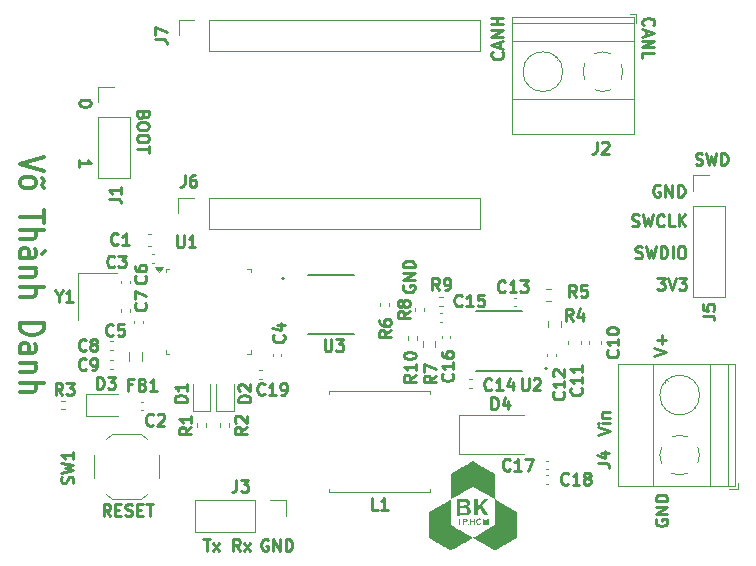
<source format=gbr>
%TF.GenerationSoftware,KiCad,Pcbnew,8.0.1*%
%TF.CreationDate,2024-11-24T12:48:57+07:00*%
%TF.ProjectId,TPMS,54504d53-2e6b-4696-9361-645f70636258,rev?*%
%TF.SameCoordinates,Original*%
%TF.FileFunction,Legend,Top*%
%TF.FilePolarity,Positive*%
%FSLAX46Y46*%
G04 Gerber Fmt 4.6, Leading zero omitted, Abs format (unit mm)*
G04 Created by KiCad (PCBNEW 8.0.1) date 2024-11-24 12:48:57*
%MOMM*%
%LPD*%
G01*
G04 APERTURE LIST*
%ADD10C,0.250000*%
%ADD11C,0.360000*%
%ADD12C,0.120000*%
%ADD13C,0.127000*%
%ADD14C,0.200000*%
%ADD15C,0.000000*%
G04 APERTURE END LIST*
D10*
X178334949Y-97737000D02*
X178477806Y-97784619D01*
X178477806Y-97784619D02*
X178715901Y-97784619D01*
X178715901Y-97784619D02*
X178811139Y-97737000D01*
X178811139Y-97737000D02*
X178858758Y-97689380D01*
X178858758Y-97689380D02*
X178906377Y-97594142D01*
X178906377Y-97594142D02*
X178906377Y-97498904D01*
X178906377Y-97498904D02*
X178858758Y-97403666D01*
X178858758Y-97403666D02*
X178811139Y-97356047D01*
X178811139Y-97356047D02*
X178715901Y-97308428D01*
X178715901Y-97308428D02*
X178525425Y-97260809D01*
X178525425Y-97260809D02*
X178430187Y-97213190D01*
X178430187Y-97213190D02*
X178382568Y-97165571D01*
X178382568Y-97165571D02*
X178334949Y-97070333D01*
X178334949Y-97070333D02*
X178334949Y-96975095D01*
X178334949Y-96975095D02*
X178382568Y-96879857D01*
X178382568Y-96879857D02*
X178430187Y-96832238D01*
X178430187Y-96832238D02*
X178525425Y-96784619D01*
X178525425Y-96784619D02*
X178763520Y-96784619D01*
X178763520Y-96784619D02*
X178906377Y-96832238D01*
X179239711Y-96784619D02*
X179477806Y-97784619D01*
X179477806Y-97784619D02*
X179668282Y-97070333D01*
X179668282Y-97070333D02*
X179858758Y-97784619D01*
X179858758Y-97784619D02*
X180096854Y-96784619D01*
X180477806Y-97784619D02*
X180477806Y-96784619D01*
X180477806Y-96784619D02*
X180715901Y-96784619D01*
X180715901Y-96784619D02*
X180858758Y-96832238D01*
X180858758Y-96832238D02*
X180953996Y-96927476D01*
X180953996Y-96927476D02*
X181001615Y-97022714D01*
X181001615Y-97022714D02*
X181049234Y-97213190D01*
X181049234Y-97213190D02*
X181049234Y-97356047D01*
X181049234Y-97356047D02*
X181001615Y-97546523D01*
X181001615Y-97546523D02*
X180953996Y-97641761D01*
X180953996Y-97641761D02*
X180858758Y-97737000D01*
X180858758Y-97737000D02*
X180715901Y-97784619D01*
X180715901Y-97784619D02*
X180477806Y-97784619D01*
X181477806Y-97784619D02*
X181477806Y-96784619D01*
X182144472Y-96784619D02*
X182334948Y-96784619D01*
X182334948Y-96784619D02*
X182430186Y-96832238D01*
X182430186Y-96832238D02*
X182525424Y-96927476D01*
X182525424Y-96927476D02*
X182573043Y-97117952D01*
X182573043Y-97117952D02*
X182573043Y-97451285D01*
X182573043Y-97451285D02*
X182525424Y-97641761D01*
X182525424Y-97641761D02*
X182430186Y-97737000D01*
X182430186Y-97737000D02*
X182334948Y-97784619D01*
X182334948Y-97784619D02*
X182144472Y-97784619D01*
X182144472Y-97784619D02*
X182049234Y-97737000D01*
X182049234Y-97737000D02*
X181953996Y-97641761D01*
X181953996Y-97641761D02*
X181906377Y-97451285D01*
X181906377Y-97451285D02*
X181906377Y-97117952D01*
X181906377Y-97117952D02*
X181953996Y-96927476D01*
X181953996Y-96927476D02*
X182049234Y-96832238D01*
X182049234Y-96832238D02*
X182144472Y-96784619D01*
X178034949Y-95037000D02*
X178177806Y-95084619D01*
X178177806Y-95084619D02*
X178415901Y-95084619D01*
X178415901Y-95084619D02*
X178511139Y-95037000D01*
X178511139Y-95037000D02*
X178558758Y-94989380D01*
X178558758Y-94989380D02*
X178606377Y-94894142D01*
X178606377Y-94894142D02*
X178606377Y-94798904D01*
X178606377Y-94798904D02*
X178558758Y-94703666D01*
X178558758Y-94703666D02*
X178511139Y-94656047D01*
X178511139Y-94656047D02*
X178415901Y-94608428D01*
X178415901Y-94608428D02*
X178225425Y-94560809D01*
X178225425Y-94560809D02*
X178130187Y-94513190D01*
X178130187Y-94513190D02*
X178082568Y-94465571D01*
X178082568Y-94465571D02*
X178034949Y-94370333D01*
X178034949Y-94370333D02*
X178034949Y-94275095D01*
X178034949Y-94275095D02*
X178082568Y-94179857D01*
X178082568Y-94179857D02*
X178130187Y-94132238D01*
X178130187Y-94132238D02*
X178225425Y-94084619D01*
X178225425Y-94084619D02*
X178463520Y-94084619D01*
X178463520Y-94084619D02*
X178606377Y-94132238D01*
X178939711Y-94084619D02*
X179177806Y-95084619D01*
X179177806Y-95084619D02*
X179368282Y-94370333D01*
X179368282Y-94370333D02*
X179558758Y-95084619D01*
X179558758Y-95084619D02*
X179796854Y-94084619D01*
X180749234Y-94989380D02*
X180701615Y-95037000D01*
X180701615Y-95037000D02*
X180558758Y-95084619D01*
X180558758Y-95084619D02*
X180463520Y-95084619D01*
X180463520Y-95084619D02*
X180320663Y-95037000D01*
X180320663Y-95037000D02*
X180225425Y-94941761D01*
X180225425Y-94941761D02*
X180177806Y-94846523D01*
X180177806Y-94846523D02*
X180130187Y-94656047D01*
X180130187Y-94656047D02*
X180130187Y-94513190D01*
X180130187Y-94513190D02*
X180177806Y-94322714D01*
X180177806Y-94322714D02*
X180225425Y-94227476D01*
X180225425Y-94227476D02*
X180320663Y-94132238D01*
X180320663Y-94132238D02*
X180463520Y-94084619D01*
X180463520Y-94084619D02*
X180558758Y-94084619D01*
X180558758Y-94084619D02*
X180701615Y-94132238D01*
X180701615Y-94132238D02*
X180749234Y-94179857D01*
X181653996Y-95084619D02*
X181177806Y-95084619D01*
X181177806Y-95084619D02*
X181177806Y-94084619D01*
X181987330Y-95084619D02*
X181987330Y-94084619D01*
X182558758Y-95084619D02*
X182130187Y-94513190D01*
X182558758Y-94084619D02*
X181987330Y-94656047D01*
X180406377Y-91632238D02*
X180311139Y-91584619D01*
X180311139Y-91584619D02*
X180168282Y-91584619D01*
X180168282Y-91584619D02*
X180025425Y-91632238D01*
X180025425Y-91632238D02*
X179930187Y-91727476D01*
X179930187Y-91727476D02*
X179882568Y-91822714D01*
X179882568Y-91822714D02*
X179834949Y-92013190D01*
X179834949Y-92013190D02*
X179834949Y-92156047D01*
X179834949Y-92156047D02*
X179882568Y-92346523D01*
X179882568Y-92346523D02*
X179930187Y-92441761D01*
X179930187Y-92441761D02*
X180025425Y-92537000D01*
X180025425Y-92537000D02*
X180168282Y-92584619D01*
X180168282Y-92584619D02*
X180263520Y-92584619D01*
X180263520Y-92584619D02*
X180406377Y-92537000D01*
X180406377Y-92537000D02*
X180453996Y-92489380D01*
X180453996Y-92489380D02*
X180453996Y-92156047D01*
X180453996Y-92156047D02*
X180263520Y-92156047D01*
X180882568Y-92584619D02*
X180882568Y-91584619D01*
X180882568Y-91584619D02*
X181453996Y-92584619D01*
X181453996Y-92584619D02*
X181453996Y-91584619D01*
X181930187Y-92584619D02*
X181930187Y-91584619D01*
X181930187Y-91584619D02*
X182168282Y-91584619D01*
X182168282Y-91584619D02*
X182311139Y-91632238D01*
X182311139Y-91632238D02*
X182406377Y-91727476D01*
X182406377Y-91727476D02*
X182453996Y-91822714D01*
X182453996Y-91822714D02*
X182501615Y-92013190D01*
X182501615Y-92013190D02*
X182501615Y-92156047D01*
X182501615Y-92156047D02*
X182453996Y-92346523D01*
X182453996Y-92346523D02*
X182406377Y-92441761D01*
X182406377Y-92441761D02*
X182311139Y-92537000D01*
X182311139Y-92537000D02*
X182168282Y-92584619D01*
X182168282Y-92584619D02*
X181930187Y-92584619D01*
X179944619Y-106060288D02*
X180944619Y-105726955D01*
X180944619Y-105726955D02*
X179944619Y-105393622D01*
X180563666Y-105060288D02*
X180563666Y-104298384D01*
X180944619Y-104679336D02*
X180182714Y-104679336D01*
D11*
X128243481Y-89208270D02*
X126243481Y-89808270D01*
X126243481Y-89808270D02*
X128243481Y-90408270D01*
X126243481Y-91265413D02*
X126338720Y-91093984D01*
X126338720Y-91093984D02*
X126433958Y-91008270D01*
X126433958Y-91008270D02*
X126624434Y-90922556D01*
X126624434Y-90922556D02*
X127195862Y-90922556D01*
X127195862Y-90922556D02*
X127386339Y-91008270D01*
X127386339Y-91008270D02*
X127481577Y-91093984D01*
X127481577Y-91093984D02*
X127576815Y-91265413D01*
X127576815Y-91265413D02*
X127576815Y-91522556D01*
X127576815Y-91522556D02*
X127481577Y-91693984D01*
X127481577Y-91693984D02*
X127386339Y-91779699D01*
X127386339Y-91779699D02*
X127195862Y-91865413D01*
X127195862Y-91865413D02*
X126624434Y-91865413D01*
X126624434Y-91865413D02*
X126433958Y-91779699D01*
X126433958Y-91779699D02*
X126338720Y-91693984D01*
X126338720Y-91693984D02*
X126243481Y-91522556D01*
X126243481Y-91522556D02*
X126243481Y-91265413D01*
X128053005Y-91008270D02*
X128148243Y-91093984D01*
X128148243Y-91093984D02*
X128243481Y-91265413D01*
X128243481Y-91265413D02*
X128053005Y-91608270D01*
X128053005Y-91608270D02*
X128148243Y-91779699D01*
X128148243Y-91779699D02*
X128243481Y-91865413D01*
X128243481Y-93751127D02*
X128243481Y-94779699D01*
X126243481Y-94265413D02*
X128243481Y-94265413D01*
X126243481Y-95379699D02*
X128243481Y-95379699D01*
X126243481Y-96151128D02*
X127291100Y-96151128D01*
X127291100Y-96151128D02*
X127481577Y-96065413D01*
X127481577Y-96065413D02*
X127576815Y-95893985D01*
X127576815Y-95893985D02*
X127576815Y-95636842D01*
X127576815Y-95636842D02*
X127481577Y-95465413D01*
X127481577Y-95465413D02*
X127386339Y-95379699D01*
X126243481Y-97779699D02*
X127291100Y-97779699D01*
X127291100Y-97779699D02*
X127481577Y-97693984D01*
X127481577Y-97693984D02*
X127576815Y-97522556D01*
X127576815Y-97522556D02*
X127576815Y-97179699D01*
X127576815Y-97179699D02*
X127481577Y-97008270D01*
X126338720Y-97779699D02*
X126243481Y-97608270D01*
X126243481Y-97608270D02*
X126243481Y-97179699D01*
X126243481Y-97179699D02*
X126338720Y-97008270D01*
X126338720Y-97008270D02*
X126529196Y-96922556D01*
X126529196Y-96922556D02*
X126719672Y-96922556D01*
X126719672Y-96922556D02*
X126910148Y-97008270D01*
X126910148Y-97008270D02*
X127005386Y-97179699D01*
X127005386Y-97179699D02*
X127005386Y-97608270D01*
X127005386Y-97608270D02*
X127100624Y-97779699D01*
X128338720Y-97179699D02*
X128053005Y-97436841D01*
X127576815Y-98636841D02*
X126243481Y-98636841D01*
X127386339Y-98636841D02*
X127481577Y-98722555D01*
X127481577Y-98722555D02*
X127576815Y-98893984D01*
X127576815Y-98893984D02*
X127576815Y-99151127D01*
X127576815Y-99151127D02*
X127481577Y-99322555D01*
X127481577Y-99322555D02*
X127291100Y-99408270D01*
X127291100Y-99408270D02*
X126243481Y-99408270D01*
X126243481Y-100265412D02*
X128243481Y-100265412D01*
X126243481Y-101036841D02*
X127291100Y-101036841D01*
X127291100Y-101036841D02*
X127481577Y-100951126D01*
X127481577Y-100951126D02*
X127576815Y-100779698D01*
X127576815Y-100779698D02*
X127576815Y-100522555D01*
X127576815Y-100522555D02*
X127481577Y-100351126D01*
X127481577Y-100351126D02*
X127386339Y-100265412D01*
X126243481Y-103265412D02*
X128243481Y-103265412D01*
X128243481Y-103265412D02*
X128243481Y-103693983D01*
X128243481Y-103693983D02*
X128148243Y-103951126D01*
X128148243Y-103951126D02*
X127957767Y-104122555D01*
X127957767Y-104122555D02*
X127767291Y-104208269D01*
X127767291Y-104208269D02*
X127386339Y-104293983D01*
X127386339Y-104293983D02*
X127100624Y-104293983D01*
X127100624Y-104293983D02*
X126719672Y-104208269D01*
X126719672Y-104208269D02*
X126529196Y-104122555D01*
X126529196Y-104122555D02*
X126338720Y-103951126D01*
X126338720Y-103951126D02*
X126243481Y-103693983D01*
X126243481Y-103693983D02*
X126243481Y-103265412D01*
X126243481Y-105836841D02*
X127291100Y-105836841D01*
X127291100Y-105836841D02*
X127481577Y-105751126D01*
X127481577Y-105751126D02*
X127576815Y-105579698D01*
X127576815Y-105579698D02*
X127576815Y-105236841D01*
X127576815Y-105236841D02*
X127481577Y-105065412D01*
X126338720Y-105836841D02*
X126243481Y-105665412D01*
X126243481Y-105665412D02*
X126243481Y-105236841D01*
X126243481Y-105236841D02*
X126338720Y-105065412D01*
X126338720Y-105065412D02*
X126529196Y-104979698D01*
X126529196Y-104979698D02*
X126719672Y-104979698D01*
X126719672Y-104979698D02*
X126910148Y-105065412D01*
X126910148Y-105065412D02*
X127005386Y-105236841D01*
X127005386Y-105236841D02*
X127005386Y-105665412D01*
X127005386Y-105665412D02*
X127100624Y-105836841D01*
X127576815Y-106693983D02*
X126243481Y-106693983D01*
X127386339Y-106693983D02*
X127481577Y-106779697D01*
X127481577Y-106779697D02*
X127576815Y-106951126D01*
X127576815Y-106951126D02*
X127576815Y-107208269D01*
X127576815Y-107208269D02*
X127481577Y-107379697D01*
X127481577Y-107379697D02*
X127291100Y-107465412D01*
X127291100Y-107465412D02*
X126243481Y-107465412D01*
X126243481Y-108322554D02*
X128243481Y-108322554D01*
X126243481Y-109093983D02*
X127291100Y-109093983D01*
X127291100Y-109093983D02*
X127481577Y-109008268D01*
X127481577Y-109008268D02*
X127576815Y-108836840D01*
X127576815Y-108836840D02*
X127576815Y-108579697D01*
X127576815Y-108579697D02*
X127481577Y-108408268D01*
X127481577Y-108408268D02*
X127386339Y-108322554D01*
D10*
X131235380Y-90051377D02*
X131235380Y-89479949D01*
X131235380Y-89765663D02*
X132235380Y-89765663D01*
X132235380Y-89765663D02*
X132092523Y-89670425D01*
X132092523Y-89670425D02*
X131997285Y-89575187D01*
X131997285Y-89575187D02*
X131949666Y-89479949D01*
X141739711Y-121584619D02*
X142311139Y-121584619D01*
X142025425Y-122584619D02*
X142025425Y-121584619D01*
X142549235Y-122584619D02*
X143073044Y-121917952D01*
X142549235Y-121917952D02*
X143073044Y-122584619D01*
X180187330Y-99484619D02*
X180806377Y-99484619D01*
X180806377Y-99484619D02*
X180473044Y-99865571D01*
X180473044Y-99865571D02*
X180615901Y-99865571D01*
X180615901Y-99865571D02*
X180711139Y-99913190D01*
X180711139Y-99913190D02*
X180758758Y-99960809D01*
X180758758Y-99960809D02*
X180806377Y-100056047D01*
X180806377Y-100056047D02*
X180806377Y-100294142D01*
X180806377Y-100294142D02*
X180758758Y-100389380D01*
X180758758Y-100389380D02*
X180711139Y-100437000D01*
X180711139Y-100437000D02*
X180615901Y-100484619D01*
X180615901Y-100484619D02*
X180330187Y-100484619D01*
X180330187Y-100484619D02*
X180234949Y-100437000D01*
X180234949Y-100437000D02*
X180187330Y-100389380D01*
X181092092Y-99484619D02*
X181425425Y-100484619D01*
X181425425Y-100484619D02*
X181758758Y-99484619D01*
X181996854Y-99484619D02*
X182615901Y-99484619D01*
X182615901Y-99484619D02*
X182282568Y-99865571D01*
X182282568Y-99865571D02*
X182425425Y-99865571D01*
X182425425Y-99865571D02*
X182520663Y-99913190D01*
X182520663Y-99913190D02*
X182568282Y-99960809D01*
X182568282Y-99960809D02*
X182615901Y-100056047D01*
X182615901Y-100056047D02*
X182615901Y-100294142D01*
X182615901Y-100294142D02*
X182568282Y-100389380D01*
X182568282Y-100389380D02*
X182520663Y-100437000D01*
X182520663Y-100437000D02*
X182425425Y-100484619D01*
X182425425Y-100484619D02*
X182139711Y-100484619D01*
X182139711Y-100484619D02*
X182044473Y-100437000D01*
X182044473Y-100437000D02*
X181996854Y-100389380D01*
X175144619Y-112760288D02*
X176144619Y-112426955D01*
X176144619Y-112426955D02*
X175144619Y-112093622D01*
X176144619Y-111760288D02*
X175477952Y-111760288D01*
X175144619Y-111760288D02*
X175192238Y-111807907D01*
X175192238Y-111807907D02*
X175239857Y-111760288D01*
X175239857Y-111760288D02*
X175192238Y-111712669D01*
X175192238Y-111712669D02*
X175144619Y-111760288D01*
X175144619Y-111760288D02*
X175239857Y-111760288D01*
X175477952Y-111284098D02*
X176144619Y-111284098D01*
X175573190Y-111284098D02*
X175525571Y-111236479D01*
X175525571Y-111236479D02*
X175477952Y-111141241D01*
X175477952Y-111141241D02*
X175477952Y-110998384D01*
X175477952Y-110998384D02*
X175525571Y-110903146D01*
X175525571Y-110903146D02*
X175620809Y-110855527D01*
X175620809Y-110855527D02*
X176144619Y-110855527D01*
X183434949Y-89837000D02*
X183577806Y-89884619D01*
X183577806Y-89884619D02*
X183815901Y-89884619D01*
X183815901Y-89884619D02*
X183911139Y-89837000D01*
X183911139Y-89837000D02*
X183958758Y-89789380D01*
X183958758Y-89789380D02*
X184006377Y-89694142D01*
X184006377Y-89694142D02*
X184006377Y-89598904D01*
X184006377Y-89598904D02*
X183958758Y-89503666D01*
X183958758Y-89503666D02*
X183911139Y-89456047D01*
X183911139Y-89456047D02*
X183815901Y-89408428D01*
X183815901Y-89408428D02*
X183625425Y-89360809D01*
X183625425Y-89360809D02*
X183530187Y-89313190D01*
X183530187Y-89313190D02*
X183482568Y-89265571D01*
X183482568Y-89265571D02*
X183434949Y-89170333D01*
X183434949Y-89170333D02*
X183434949Y-89075095D01*
X183434949Y-89075095D02*
X183482568Y-88979857D01*
X183482568Y-88979857D02*
X183530187Y-88932238D01*
X183530187Y-88932238D02*
X183625425Y-88884619D01*
X183625425Y-88884619D02*
X183863520Y-88884619D01*
X183863520Y-88884619D02*
X184006377Y-88932238D01*
X184339711Y-88884619D02*
X184577806Y-89884619D01*
X184577806Y-89884619D02*
X184768282Y-89170333D01*
X184768282Y-89170333D02*
X184958758Y-89884619D01*
X184958758Y-89884619D02*
X185196854Y-88884619D01*
X185577806Y-89884619D02*
X185577806Y-88884619D01*
X185577806Y-88884619D02*
X185815901Y-88884619D01*
X185815901Y-88884619D02*
X185958758Y-88932238D01*
X185958758Y-88932238D02*
X186053996Y-89027476D01*
X186053996Y-89027476D02*
X186101615Y-89122714D01*
X186101615Y-89122714D02*
X186149234Y-89313190D01*
X186149234Y-89313190D02*
X186149234Y-89456047D01*
X186149234Y-89456047D02*
X186101615Y-89646523D01*
X186101615Y-89646523D02*
X186053996Y-89741761D01*
X186053996Y-89741761D02*
X185958758Y-89837000D01*
X185958758Y-89837000D02*
X185815901Y-89884619D01*
X185815901Y-89884619D02*
X185577806Y-89884619D01*
X132235380Y-84618044D02*
X132235380Y-84713282D01*
X132235380Y-84713282D02*
X132187761Y-84808520D01*
X132187761Y-84808520D02*
X132140142Y-84856139D01*
X132140142Y-84856139D02*
X132044904Y-84903758D01*
X132044904Y-84903758D02*
X131854428Y-84951377D01*
X131854428Y-84951377D02*
X131616333Y-84951377D01*
X131616333Y-84951377D02*
X131425857Y-84903758D01*
X131425857Y-84903758D02*
X131330619Y-84856139D01*
X131330619Y-84856139D02*
X131283000Y-84808520D01*
X131283000Y-84808520D02*
X131235380Y-84713282D01*
X131235380Y-84713282D02*
X131235380Y-84618044D01*
X131235380Y-84618044D02*
X131283000Y-84522806D01*
X131283000Y-84522806D02*
X131330619Y-84475187D01*
X131330619Y-84475187D02*
X131425857Y-84427568D01*
X131425857Y-84427568D02*
X131616333Y-84379949D01*
X131616333Y-84379949D02*
X131854428Y-84379949D01*
X131854428Y-84379949D02*
X132044904Y-84427568D01*
X132044904Y-84427568D02*
X132140142Y-84475187D01*
X132140142Y-84475187D02*
X132187761Y-84522806D01*
X132187761Y-84522806D02*
X132235380Y-84618044D01*
X167049380Y-80326003D02*
X167097000Y-80373622D01*
X167097000Y-80373622D02*
X167144619Y-80516479D01*
X167144619Y-80516479D02*
X167144619Y-80611717D01*
X167144619Y-80611717D02*
X167097000Y-80754574D01*
X167097000Y-80754574D02*
X167001761Y-80849812D01*
X167001761Y-80849812D02*
X166906523Y-80897431D01*
X166906523Y-80897431D02*
X166716047Y-80945050D01*
X166716047Y-80945050D02*
X166573190Y-80945050D01*
X166573190Y-80945050D02*
X166382714Y-80897431D01*
X166382714Y-80897431D02*
X166287476Y-80849812D01*
X166287476Y-80849812D02*
X166192238Y-80754574D01*
X166192238Y-80754574D02*
X166144619Y-80611717D01*
X166144619Y-80611717D02*
X166144619Y-80516479D01*
X166144619Y-80516479D02*
X166192238Y-80373622D01*
X166192238Y-80373622D02*
X166239857Y-80326003D01*
X166858904Y-79945050D02*
X166858904Y-79468860D01*
X167144619Y-80040288D02*
X166144619Y-79706955D01*
X166144619Y-79706955D02*
X167144619Y-79373622D01*
X167144619Y-79040288D02*
X166144619Y-79040288D01*
X166144619Y-79040288D02*
X167144619Y-78468860D01*
X167144619Y-78468860D02*
X166144619Y-78468860D01*
X167144619Y-77992669D02*
X166144619Y-77992669D01*
X166620809Y-77992669D02*
X166620809Y-77421241D01*
X167144619Y-77421241D02*
X166144619Y-77421241D01*
X133873996Y-119604619D02*
X133540663Y-119128428D01*
X133302568Y-119604619D02*
X133302568Y-118604619D01*
X133302568Y-118604619D02*
X133683520Y-118604619D01*
X133683520Y-118604619D02*
X133778758Y-118652238D01*
X133778758Y-118652238D02*
X133826377Y-118699857D01*
X133826377Y-118699857D02*
X133873996Y-118795095D01*
X133873996Y-118795095D02*
X133873996Y-118937952D01*
X133873996Y-118937952D02*
X133826377Y-119033190D01*
X133826377Y-119033190D02*
X133778758Y-119080809D01*
X133778758Y-119080809D02*
X133683520Y-119128428D01*
X133683520Y-119128428D02*
X133302568Y-119128428D01*
X134302568Y-119080809D02*
X134635901Y-119080809D01*
X134778758Y-119604619D02*
X134302568Y-119604619D01*
X134302568Y-119604619D02*
X134302568Y-118604619D01*
X134302568Y-118604619D02*
X134778758Y-118604619D01*
X135159711Y-119557000D02*
X135302568Y-119604619D01*
X135302568Y-119604619D02*
X135540663Y-119604619D01*
X135540663Y-119604619D02*
X135635901Y-119557000D01*
X135635901Y-119557000D02*
X135683520Y-119509380D01*
X135683520Y-119509380D02*
X135731139Y-119414142D01*
X135731139Y-119414142D02*
X135731139Y-119318904D01*
X135731139Y-119318904D02*
X135683520Y-119223666D01*
X135683520Y-119223666D02*
X135635901Y-119176047D01*
X135635901Y-119176047D02*
X135540663Y-119128428D01*
X135540663Y-119128428D02*
X135350187Y-119080809D01*
X135350187Y-119080809D02*
X135254949Y-119033190D01*
X135254949Y-119033190D02*
X135207330Y-118985571D01*
X135207330Y-118985571D02*
X135159711Y-118890333D01*
X135159711Y-118890333D02*
X135159711Y-118795095D01*
X135159711Y-118795095D02*
X135207330Y-118699857D01*
X135207330Y-118699857D02*
X135254949Y-118652238D01*
X135254949Y-118652238D02*
X135350187Y-118604619D01*
X135350187Y-118604619D02*
X135588282Y-118604619D01*
X135588282Y-118604619D02*
X135731139Y-118652238D01*
X136159711Y-119080809D02*
X136493044Y-119080809D01*
X136635901Y-119604619D02*
X136159711Y-119604619D01*
X136159711Y-119604619D02*
X136159711Y-118604619D01*
X136159711Y-118604619D02*
X136635901Y-118604619D01*
X136921616Y-118604619D02*
X137493044Y-118604619D01*
X137207330Y-119604619D02*
X137207330Y-118604619D01*
X147206377Y-121632238D02*
X147111139Y-121584619D01*
X147111139Y-121584619D02*
X146968282Y-121584619D01*
X146968282Y-121584619D02*
X146825425Y-121632238D01*
X146825425Y-121632238D02*
X146730187Y-121727476D01*
X146730187Y-121727476D02*
X146682568Y-121822714D01*
X146682568Y-121822714D02*
X146634949Y-122013190D01*
X146634949Y-122013190D02*
X146634949Y-122156047D01*
X146634949Y-122156047D02*
X146682568Y-122346523D01*
X146682568Y-122346523D02*
X146730187Y-122441761D01*
X146730187Y-122441761D02*
X146825425Y-122537000D01*
X146825425Y-122537000D02*
X146968282Y-122584619D01*
X146968282Y-122584619D02*
X147063520Y-122584619D01*
X147063520Y-122584619D02*
X147206377Y-122537000D01*
X147206377Y-122537000D02*
X147253996Y-122489380D01*
X147253996Y-122489380D02*
X147253996Y-122156047D01*
X147253996Y-122156047D02*
X147063520Y-122156047D01*
X147682568Y-122584619D02*
X147682568Y-121584619D01*
X147682568Y-121584619D02*
X148253996Y-122584619D01*
X148253996Y-122584619D02*
X148253996Y-121584619D01*
X148730187Y-122584619D02*
X148730187Y-121584619D01*
X148730187Y-121584619D02*
X148968282Y-121584619D01*
X148968282Y-121584619D02*
X149111139Y-121632238D01*
X149111139Y-121632238D02*
X149206377Y-121727476D01*
X149206377Y-121727476D02*
X149253996Y-121822714D01*
X149253996Y-121822714D02*
X149301615Y-122013190D01*
X149301615Y-122013190D02*
X149301615Y-122156047D01*
X149301615Y-122156047D02*
X149253996Y-122346523D01*
X149253996Y-122346523D02*
X149206377Y-122441761D01*
X149206377Y-122441761D02*
X149111139Y-122537000D01*
X149111139Y-122537000D02*
X148968282Y-122584619D01*
X148968282Y-122584619D02*
X148730187Y-122584619D01*
X179030619Y-78073996D02*
X178983000Y-78026377D01*
X178983000Y-78026377D02*
X178935380Y-77883520D01*
X178935380Y-77883520D02*
X178935380Y-77788282D01*
X178935380Y-77788282D02*
X178983000Y-77645425D01*
X178983000Y-77645425D02*
X179078238Y-77550187D01*
X179078238Y-77550187D02*
X179173476Y-77502568D01*
X179173476Y-77502568D02*
X179363952Y-77454949D01*
X179363952Y-77454949D02*
X179506809Y-77454949D01*
X179506809Y-77454949D02*
X179697285Y-77502568D01*
X179697285Y-77502568D02*
X179792523Y-77550187D01*
X179792523Y-77550187D02*
X179887761Y-77645425D01*
X179887761Y-77645425D02*
X179935380Y-77788282D01*
X179935380Y-77788282D02*
X179935380Y-77883520D01*
X179935380Y-77883520D02*
X179887761Y-78026377D01*
X179887761Y-78026377D02*
X179840142Y-78073996D01*
X179221095Y-78454949D02*
X179221095Y-78931139D01*
X178935380Y-78359711D02*
X179935380Y-78693044D01*
X179935380Y-78693044D02*
X178935380Y-79026377D01*
X178935380Y-79359711D02*
X179935380Y-79359711D01*
X179935380Y-79359711D02*
X178935380Y-79931139D01*
X178935380Y-79931139D02*
X179935380Y-79931139D01*
X178935380Y-80883520D02*
X178935380Y-80407330D01*
X178935380Y-80407330D02*
X179935380Y-80407330D01*
X136659190Y-85660901D02*
X136611571Y-85803758D01*
X136611571Y-85803758D02*
X136563952Y-85851377D01*
X136563952Y-85851377D02*
X136468714Y-85898996D01*
X136468714Y-85898996D02*
X136325857Y-85898996D01*
X136325857Y-85898996D02*
X136230619Y-85851377D01*
X136230619Y-85851377D02*
X136183000Y-85803758D01*
X136183000Y-85803758D02*
X136135380Y-85708520D01*
X136135380Y-85708520D02*
X136135380Y-85327568D01*
X136135380Y-85327568D02*
X137135380Y-85327568D01*
X137135380Y-85327568D02*
X137135380Y-85660901D01*
X137135380Y-85660901D02*
X137087761Y-85756139D01*
X137087761Y-85756139D02*
X137040142Y-85803758D01*
X137040142Y-85803758D02*
X136944904Y-85851377D01*
X136944904Y-85851377D02*
X136849666Y-85851377D01*
X136849666Y-85851377D02*
X136754428Y-85803758D01*
X136754428Y-85803758D02*
X136706809Y-85756139D01*
X136706809Y-85756139D02*
X136659190Y-85660901D01*
X136659190Y-85660901D02*
X136659190Y-85327568D01*
X137135380Y-86518044D02*
X137135380Y-86708520D01*
X137135380Y-86708520D02*
X137087761Y-86803758D01*
X137087761Y-86803758D02*
X136992523Y-86898996D01*
X136992523Y-86898996D02*
X136802047Y-86946615D01*
X136802047Y-86946615D02*
X136468714Y-86946615D01*
X136468714Y-86946615D02*
X136278238Y-86898996D01*
X136278238Y-86898996D02*
X136183000Y-86803758D01*
X136183000Y-86803758D02*
X136135380Y-86708520D01*
X136135380Y-86708520D02*
X136135380Y-86518044D01*
X136135380Y-86518044D02*
X136183000Y-86422806D01*
X136183000Y-86422806D02*
X136278238Y-86327568D01*
X136278238Y-86327568D02*
X136468714Y-86279949D01*
X136468714Y-86279949D02*
X136802047Y-86279949D01*
X136802047Y-86279949D02*
X136992523Y-86327568D01*
X136992523Y-86327568D02*
X137087761Y-86422806D01*
X137087761Y-86422806D02*
X137135380Y-86518044D01*
X137135380Y-87565663D02*
X137135380Y-87756139D01*
X137135380Y-87756139D02*
X137087761Y-87851377D01*
X137087761Y-87851377D02*
X136992523Y-87946615D01*
X136992523Y-87946615D02*
X136802047Y-87994234D01*
X136802047Y-87994234D02*
X136468714Y-87994234D01*
X136468714Y-87994234D02*
X136278238Y-87946615D01*
X136278238Y-87946615D02*
X136183000Y-87851377D01*
X136183000Y-87851377D02*
X136135380Y-87756139D01*
X136135380Y-87756139D02*
X136135380Y-87565663D01*
X136135380Y-87565663D02*
X136183000Y-87470425D01*
X136183000Y-87470425D02*
X136278238Y-87375187D01*
X136278238Y-87375187D02*
X136468714Y-87327568D01*
X136468714Y-87327568D02*
X136802047Y-87327568D01*
X136802047Y-87327568D02*
X136992523Y-87375187D01*
X136992523Y-87375187D02*
X137087761Y-87470425D01*
X137087761Y-87470425D02*
X137135380Y-87565663D01*
X137135380Y-88279949D02*
X137135380Y-88851377D01*
X136135380Y-88565663D02*
X137135380Y-88565663D01*
X144853996Y-122584619D02*
X144520663Y-122108428D01*
X144282568Y-122584619D02*
X144282568Y-121584619D01*
X144282568Y-121584619D02*
X144663520Y-121584619D01*
X144663520Y-121584619D02*
X144758758Y-121632238D01*
X144758758Y-121632238D02*
X144806377Y-121679857D01*
X144806377Y-121679857D02*
X144853996Y-121775095D01*
X144853996Y-121775095D02*
X144853996Y-121917952D01*
X144853996Y-121917952D02*
X144806377Y-122013190D01*
X144806377Y-122013190D02*
X144758758Y-122060809D01*
X144758758Y-122060809D02*
X144663520Y-122108428D01*
X144663520Y-122108428D02*
X144282568Y-122108428D01*
X145187330Y-122584619D02*
X145711139Y-121917952D01*
X145187330Y-121917952D02*
X145711139Y-122584619D01*
X158692238Y-100093622D02*
X158644619Y-100188860D01*
X158644619Y-100188860D02*
X158644619Y-100331717D01*
X158644619Y-100331717D02*
X158692238Y-100474574D01*
X158692238Y-100474574D02*
X158787476Y-100569812D01*
X158787476Y-100569812D02*
X158882714Y-100617431D01*
X158882714Y-100617431D02*
X159073190Y-100665050D01*
X159073190Y-100665050D02*
X159216047Y-100665050D01*
X159216047Y-100665050D02*
X159406523Y-100617431D01*
X159406523Y-100617431D02*
X159501761Y-100569812D01*
X159501761Y-100569812D02*
X159597000Y-100474574D01*
X159597000Y-100474574D02*
X159644619Y-100331717D01*
X159644619Y-100331717D02*
X159644619Y-100236479D01*
X159644619Y-100236479D02*
X159597000Y-100093622D01*
X159597000Y-100093622D02*
X159549380Y-100046003D01*
X159549380Y-100046003D02*
X159216047Y-100046003D01*
X159216047Y-100046003D02*
X159216047Y-100236479D01*
X159644619Y-99617431D02*
X158644619Y-99617431D01*
X158644619Y-99617431D02*
X159644619Y-99046003D01*
X159644619Y-99046003D02*
X158644619Y-99046003D01*
X159644619Y-98569812D02*
X158644619Y-98569812D01*
X158644619Y-98569812D02*
X158644619Y-98331717D01*
X158644619Y-98331717D02*
X158692238Y-98188860D01*
X158692238Y-98188860D02*
X158787476Y-98093622D01*
X158787476Y-98093622D02*
X158882714Y-98046003D01*
X158882714Y-98046003D02*
X159073190Y-97998384D01*
X159073190Y-97998384D02*
X159216047Y-97998384D01*
X159216047Y-97998384D02*
X159406523Y-98046003D01*
X159406523Y-98046003D02*
X159501761Y-98093622D01*
X159501761Y-98093622D02*
X159597000Y-98188860D01*
X159597000Y-98188860D02*
X159644619Y-98331717D01*
X159644619Y-98331717D02*
X159644619Y-98569812D01*
X180092238Y-119893622D02*
X180044619Y-119988860D01*
X180044619Y-119988860D02*
X180044619Y-120131717D01*
X180044619Y-120131717D02*
X180092238Y-120274574D01*
X180092238Y-120274574D02*
X180187476Y-120369812D01*
X180187476Y-120369812D02*
X180282714Y-120417431D01*
X180282714Y-120417431D02*
X180473190Y-120465050D01*
X180473190Y-120465050D02*
X180616047Y-120465050D01*
X180616047Y-120465050D02*
X180806523Y-120417431D01*
X180806523Y-120417431D02*
X180901761Y-120369812D01*
X180901761Y-120369812D02*
X180997000Y-120274574D01*
X180997000Y-120274574D02*
X181044619Y-120131717D01*
X181044619Y-120131717D02*
X181044619Y-120036479D01*
X181044619Y-120036479D02*
X180997000Y-119893622D01*
X180997000Y-119893622D02*
X180949380Y-119846003D01*
X180949380Y-119846003D02*
X180616047Y-119846003D01*
X180616047Y-119846003D02*
X180616047Y-120036479D01*
X181044619Y-119417431D02*
X180044619Y-119417431D01*
X180044619Y-119417431D02*
X181044619Y-118846003D01*
X181044619Y-118846003D02*
X180044619Y-118846003D01*
X181044619Y-118369812D02*
X180044619Y-118369812D01*
X180044619Y-118369812D02*
X180044619Y-118131717D01*
X180044619Y-118131717D02*
X180092238Y-117988860D01*
X180092238Y-117988860D02*
X180187476Y-117893622D01*
X180187476Y-117893622D02*
X180282714Y-117846003D01*
X180282714Y-117846003D02*
X180473190Y-117798384D01*
X180473190Y-117798384D02*
X180616047Y-117798384D01*
X180616047Y-117798384D02*
X180806523Y-117846003D01*
X180806523Y-117846003D02*
X180901761Y-117893622D01*
X180901761Y-117893622D02*
X180997000Y-117988860D01*
X180997000Y-117988860D02*
X181044619Y-118131717D01*
X181044619Y-118131717D02*
X181044619Y-118369812D01*
X137669619Y-79258333D02*
X138383904Y-79258333D01*
X138383904Y-79258333D02*
X138526761Y-79305952D01*
X138526761Y-79305952D02*
X138622000Y-79401190D01*
X138622000Y-79401190D02*
X138669619Y-79544047D01*
X138669619Y-79544047D02*
X138669619Y-79639285D01*
X137669619Y-78877380D02*
X137669619Y-78210714D01*
X137669619Y-78210714D02*
X138669619Y-78639285D01*
X140166666Y-90749619D02*
X140166666Y-91463904D01*
X140166666Y-91463904D02*
X140119047Y-91606761D01*
X140119047Y-91606761D02*
X140023809Y-91702000D01*
X140023809Y-91702000D02*
X139880952Y-91749619D01*
X139880952Y-91749619D02*
X139785714Y-91749619D01*
X141071428Y-90749619D02*
X140880952Y-90749619D01*
X140880952Y-90749619D02*
X140785714Y-90797238D01*
X140785714Y-90797238D02*
X140738095Y-90844857D01*
X140738095Y-90844857D02*
X140642857Y-90987714D01*
X140642857Y-90987714D02*
X140595238Y-91178190D01*
X140595238Y-91178190D02*
X140595238Y-91559142D01*
X140595238Y-91559142D02*
X140642857Y-91654380D01*
X140642857Y-91654380D02*
X140690476Y-91702000D01*
X140690476Y-91702000D02*
X140785714Y-91749619D01*
X140785714Y-91749619D02*
X140976190Y-91749619D01*
X140976190Y-91749619D02*
X141071428Y-91702000D01*
X141071428Y-91702000D02*
X141119047Y-91654380D01*
X141119047Y-91654380D02*
X141166666Y-91559142D01*
X141166666Y-91559142D02*
X141166666Y-91321047D01*
X141166666Y-91321047D02*
X141119047Y-91225809D01*
X141119047Y-91225809D02*
X141071428Y-91178190D01*
X141071428Y-91178190D02*
X140976190Y-91130571D01*
X140976190Y-91130571D02*
X140785714Y-91130571D01*
X140785714Y-91130571D02*
X140690476Y-91178190D01*
X140690476Y-91178190D02*
X140642857Y-91225809D01*
X140642857Y-91225809D02*
X140595238Y-91321047D01*
X176794380Y-105562857D02*
X176842000Y-105610476D01*
X176842000Y-105610476D02*
X176889619Y-105753333D01*
X176889619Y-105753333D02*
X176889619Y-105848571D01*
X176889619Y-105848571D02*
X176842000Y-105991428D01*
X176842000Y-105991428D02*
X176746761Y-106086666D01*
X176746761Y-106086666D02*
X176651523Y-106134285D01*
X176651523Y-106134285D02*
X176461047Y-106181904D01*
X176461047Y-106181904D02*
X176318190Y-106181904D01*
X176318190Y-106181904D02*
X176127714Y-106134285D01*
X176127714Y-106134285D02*
X176032476Y-106086666D01*
X176032476Y-106086666D02*
X175937238Y-105991428D01*
X175937238Y-105991428D02*
X175889619Y-105848571D01*
X175889619Y-105848571D02*
X175889619Y-105753333D01*
X175889619Y-105753333D02*
X175937238Y-105610476D01*
X175937238Y-105610476D02*
X175984857Y-105562857D01*
X176889619Y-104610476D02*
X176889619Y-105181904D01*
X176889619Y-104896190D02*
X175889619Y-104896190D01*
X175889619Y-104896190D02*
X176032476Y-104991428D01*
X176032476Y-104991428D02*
X176127714Y-105086666D01*
X176127714Y-105086666D02*
X176175333Y-105181904D01*
X175889619Y-103991428D02*
X175889619Y-103896190D01*
X175889619Y-103896190D02*
X175937238Y-103800952D01*
X175937238Y-103800952D02*
X175984857Y-103753333D01*
X175984857Y-103753333D02*
X176080095Y-103705714D01*
X176080095Y-103705714D02*
X176270571Y-103658095D01*
X176270571Y-103658095D02*
X176508666Y-103658095D01*
X176508666Y-103658095D02*
X176699142Y-103705714D01*
X176699142Y-103705714D02*
X176794380Y-103753333D01*
X176794380Y-103753333D02*
X176842000Y-103800952D01*
X176842000Y-103800952D02*
X176889619Y-103896190D01*
X176889619Y-103896190D02*
X176889619Y-103991428D01*
X176889619Y-103991428D02*
X176842000Y-104086666D01*
X176842000Y-104086666D02*
X176794380Y-104134285D01*
X176794380Y-104134285D02*
X176699142Y-104181904D01*
X176699142Y-104181904D02*
X176508666Y-104229523D01*
X176508666Y-104229523D02*
X176270571Y-104229523D01*
X176270571Y-104229523D02*
X176080095Y-104181904D01*
X176080095Y-104181904D02*
X175984857Y-104134285D01*
X175984857Y-104134285D02*
X175937238Y-104086666D01*
X175937238Y-104086666D02*
X175889619Y-103991428D01*
X166141905Y-110569619D02*
X166141905Y-109569619D01*
X166141905Y-109569619D02*
X166380000Y-109569619D01*
X166380000Y-109569619D02*
X166522857Y-109617238D01*
X166522857Y-109617238D02*
X166618095Y-109712476D01*
X166618095Y-109712476D02*
X166665714Y-109807714D01*
X166665714Y-109807714D02*
X166713333Y-109998190D01*
X166713333Y-109998190D02*
X166713333Y-110141047D01*
X166713333Y-110141047D02*
X166665714Y-110331523D01*
X166665714Y-110331523D02*
X166618095Y-110426761D01*
X166618095Y-110426761D02*
X166522857Y-110522000D01*
X166522857Y-110522000D02*
X166380000Y-110569619D01*
X166380000Y-110569619D02*
X166141905Y-110569619D01*
X167570476Y-109902952D02*
X167570476Y-110569619D01*
X167332381Y-109522000D02*
X167094286Y-110236285D01*
X167094286Y-110236285D02*
X167713333Y-110236285D01*
X144546666Y-116569619D02*
X144546666Y-117283904D01*
X144546666Y-117283904D02*
X144499047Y-117426761D01*
X144499047Y-117426761D02*
X144403809Y-117522000D01*
X144403809Y-117522000D02*
X144260952Y-117569619D01*
X144260952Y-117569619D02*
X144165714Y-117569619D01*
X144927619Y-116569619D02*
X145546666Y-116569619D01*
X145546666Y-116569619D02*
X145213333Y-116950571D01*
X145213333Y-116950571D02*
X145356190Y-116950571D01*
X145356190Y-116950571D02*
X145451428Y-116998190D01*
X145451428Y-116998190D02*
X145499047Y-117045809D01*
X145499047Y-117045809D02*
X145546666Y-117141047D01*
X145546666Y-117141047D02*
X145546666Y-117379142D01*
X145546666Y-117379142D02*
X145499047Y-117474380D01*
X145499047Y-117474380D02*
X145451428Y-117522000D01*
X145451428Y-117522000D02*
X145356190Y-117569619D01*
X145356190Y-117569619D02*
X145070476Y-117569619D01*
X145070476Y-117569619D02*
X144975238Y-117522000D01*
X144975238Y-117522000D02*
X144927619Y-117474380D01*
X161713333Y-100469619D02*
X161380000Y-99993428D01*
X161141905Y-100469619D02*
X161141905Y-99469619D01*
X161141905Y-99469619D02*
X161522857Y-99469619D01*
X161522857Y-99469619D02*
X161618095Y-99517238D01*
X161618095Y-99517238D02*
X161665714Y-99564857D01*
X161665714Y-99564857D02*
X161713333Y-99660095D01*
X161713333Y-99660095D02*
X161713333Y-99802952D01*
X161713333Y-99802952D02*
X161665714Y-99898190D01*
X161665714Y-99898190D02*
X161618095Y-99945809D01*
X161618095Y-99945809D02*
X161522857Y-99993428D01*
X161522857Y-99993428D02*
X161141905Y-99993428D01*
X162189524Y-100469619D02*
X162380000Y-100469619D01*
X162380000Y-100469619D02*
X162475238Y-100422000D01*
X162475238Y-100422000D02*
X162522857Y-100374380D01*
X162522857Y-100374380D02*
X162618095Y-100231523D01*
X162618095Y-100231523D02*
X162665714Y-100041047D01*
X162665714Y-100041047D02*
X162665714Y-99660095D01*
X162665714Y-99660095D02*
X162618095Y-99564857D01*
X162618095Y-99564857D02*
X162570476Y-99517238D01*
X162570476Y-99517238D02*
X162475238Y-99469619D01*
X162475238Y-99469619D02*
X162284762Y-99469619D01*
X162284762Y-99469619D02*
X162189524Y-99517238D01*
X162189524Y-99517238D02*
X162141905Y-99564857D01*
X162141905Y-99564857D02*
X162094286Y-99660095D01*
X162094286Y-99660095D02*
X162094286Y-99898190D01*
X162094286Y-99898190D02*
X162141905Y-99993428D01*
X162141905Y-99993428D02*
X162189524Y-100041047D01*
X162189524Y-100041047D02*
X162284762Y-100088666D01*
X162284762Y-100088666D02*
X162475238Y-100088666D01*
X162475238Y-100088666D02*
X162570476Y-100041047D01*
X162570476Y-100041047D02*
X162618095Y-99993428D01*
X162618095Y-99993428D02*
X162665714Y-99898190D01*
X175129619Y-115153333D02*
X175843904Y-115153333D01*
X175843904Y-115153333D02*
X175986761Y-115200952D01*
X175986761Y-115200952D02*
X176082000Y-115296190D01*
X176082000Y-115296190D02*
X176129619Y-115439047D01*
X176129619Y-115439047D02*
X176129619Y-115534285D01*
X175462952Y-114248571D02*
X176129619Y-114248571D01*
X175082000Y-114486666D02*
X175796285Y-114724761D01*
X175796285Y-114724761D02*
X175796285Y-114105714D01*
X162834380Y-107562857D02*
X162882000Y-107610476D01*
X162882000Y-107610476D02*
X162929619Y-107753333D01*
X162929619Y-107753333D02*
X162929619Y-107848571D01*
X162929619Y-107848571D02*
X162882000Y-107991428D01*
X162882000Y-107991428D02*
X162786761Y-108086666D01*
X162786761Y-108086666D02*
X162691523Y-108134285D01*
X162691523Y-108134285D02*
X162501047Y-108181904D01*
X162501047Y-108181904D02*
X162358190Y-108181904D01*
X162358190Y-108181904D02*
X162167714Y-108134285D01*
X162167714Y-108134285D02*
X162072476Y-108086666D01*
X162072476Y-108086666D02*
X161977238Y-107991428D01*
X161977238Y-107991428D02*
X161929619Y-107848571D01*
X161929619Y-107848571D02*
X161929619Y-107753333D01*
X161929619Y-107753333D02*
X161977238Y-107610476D01*
X161977238Y-107610476D02*
X162024857Y-107562857D01*
X162929619Y-106610476D02*
X162929619Y-107181904D01*
X162929619Y-106896190D02*
X161929619Y-106896190D01*
X161929619Y-106896190D02*
X162072476Y-106991428D01*
X162072476Y-106991428D02*
X162167714Y-107086666D01*
X162167714Y-107086666D02*
X162215333Y-107181904D01*
X161929619Y-105753333D02*
X161929619Y-105943809D01*
X161929619Y-105943809D02*
X161977238Y-106039047D01*
X161977238Y-106039047D02*
X162024857Y-106086666D01*
X162024857Y-106086666D02*
X162167714Y-106181904D01*
X162167714Y-106181904D02*
X162358190Y-106229523D01*
X162358190Y-106229523D02*
X162739142Y-106229523D01*
X162739142Y-106229523D02*
X162834380Y-106181904D01*
X162834380Y-106181904D02*
X162882000Y-106134285D01*
X162882000Y-106134285D02*
X162929619Y-106039047D01*
X162929619Y-106039047D02*
X162929619Y-105848571D01*
X162929619Y-105848571D02*
X162882000Y-105753333D01*
X162882000Y-105753333D02*
X162834380Y-105705714D01*
X162834380Y-105705714D02*
X162739142Y-105658095D01*
X162739142Y-105658095D02*
X162501047Y-105658095D01*
X162501047Y-105658095D02*
X162405809Y-105705714D01*
X162405809Y-105705714D02*
X162358190Y-105753333D01*
X162358190Y-105753333D02*
X162310571Y-105848571D01*
X162310571Y-105848571D02*
X162310571Y-106039047D01*
X162310571Y-106039047D02*
X162358190Y-106134285D01*
X162358190Y-106134285D02*
X162405809Y-106181904D01*
X162405809Y-106181904D02*
X162501047Y-106229523D01*
X134213333Y-98474380D02*
X134165714Y-98522000D01*
X134165714Y-98522000D02*
X134022857Y-98569619D01*
X134022857Y-98569619D02*
X133927619Y-98569619D01*
X133927619Y-98569619D02*
X133784762Y-98522000D01*
X133784762Y-98522000D02*
X133689524Y-98426761D01*
X133689524Y-98426761D02*
X133641905Y-98331523D01*
X133641905Y-98331523D02*
X133594286Y-98141047D01*
X133594286Y-98141047D02*
X133594286Y-97998190D01*
X133594286Y-97998190D02*
X133641905Y-97807714D01*
X133641905Y-97807714D02*
X133689524Y-97712476D01*
X133689524Y-97712476D02*
X133784762Y-97617238D01*
X133784762Y-97617238D02*
X133927619Y-97569619D01*
X133927619Y-97569619D02*
X134022857Y-97569619D01*
X134022857Y-97569619D02*
X134165714Y-97617238D01*
X134165714Y-97617238D02*
X134213333Y-97664857D01*
X134546667Y-97569619D02*
X135165714Y-97569619D01*
X135165714Y-97569619D02*
X134832381Y-97950571D01*
X134832381Y-97950571D02*
X134975238Y-97950571D01*
X134975238Y-97950571D02*
X135070476Y-97998190D01*
X135070476Y-97998190D02*
X135118095Y-98045809D01*
X135118095Y-98045809D02*
X135165714Y-98141047D01*
X135165714Y-98141047D02*
X135165714Y-98379142D01*
X135165714Y-98379142D02*
X135118095Y-98474380D01*
X135118095Y-98474380D02*
X135070476Y-98522000D01*
X135070476Y-98522000D02*
X134975238Y-98569619D01*
X134975238Y-98569619D02*
X134689524Y-98569619D01*
X134689524Y-98569619D02*
X134594286Y-98522000D01*
X134594286Y-98522000D02*
X134546667Y-98474380D01*
X172234380Y-109112857D02*
X172282000Y-109160476D01*
X172282000Y-109160476D02*
X172329619Y-109303333D01*
X172329619Y-109303333D02*
X172329619Y-109398571D01*
X172329619Y-109398571D02*
X172282000Y-109541428D01*
X172282000Y-109541428D02*
X172186761Y-109636666D01*
X172186761Y-109636666D02*
X172091523Y-109684285D01*
X172091523Y-109684285D02*
X171901047Y-109731904D01*
X171901047Y-109731904D02*
X171758190Y-109731904D01*
X171758190Y-109731904D02*
X171567714Y-109684285D01*
X171567714Y-109684285D02*
X171472476Y-109636666D01*
X171472476Y-109636666D02*
X171377238Y-109541428D01*
X171377238Y-109541428D02*
X171329619Y-109398571D01*
X171329619Y-109398571D02*
X171329619Y-109303333D01*
X171329619Y-109303333D02*
X171377238Y-109160476D01*
X171377238Y-109160476D02*
X171424857Y-109112857D01*
X172329619Y-108160476D02*
X172329619Y-108731904D01*
X172329619Y-108446190D02*
X171329619Y-108446190D01*
X171329619Y-108446190D02*
X171472476Y-108541428D01*
X171472476Y-108541428D02*
X171567714Y-108636666D01*
X171567714Y-108636666D02*
X171615333Y-108731904D01*
X171424857Y-107779523D02*
X171377238Y-107731904D01*
X171377238Y-107731904D02*
X171329619Y-107636666D01*
X171329619Y-107636666D02*
X171329619Y-107398571D01*
X171329619Y-107398571D02*
X171377238Y-107303333D01*
X171377238Y-107303333D02*
X171424857Y-107255714D01*
X171424857Y-107255714D02*
X171520095Y-107208095D01*
X171520095Y-107208095D02*
X171615333Y-107208095D01*
X171615333Y-107208095D02*
X171758190Y-107255714D01*
X171758190Y-107255714D02*
X172329619Y-107827142D01*
X172329619Y-107827142D02*
X172329619Y-107208095D01*
X134513333Y-96574380D02*
X134465714Y-96622000D01*
X134465714Y-96622000D02*
X134322857Y-96669619D01*
X134322857Y-96669619D02*
X134227619Y-96669619D01*
X134227619Y-96669619D02*
X134084762Y-96622000D01*
X134084762Y-96622000D02*
X133989524Y-96526761D01*
X133989524Y-96526761D02*
X133941905Y-96431523D01*
X133941905Y-96431523D02*
X133894286Y-96241047D01*
X133894286Y-96241047D02*
X133894286Y-96098190D01*
X133894286Y-96098190D02*
X133941905Y-95907714D01*
X133941905Y-95907714D02*
X133989524Y-95812476D01*
X133989524Y-95812476D02*
X134084762Y-95717238D01*
X134084762Y-95717238D02*
X134227619Y-95669619D01*
X134227619Y-95669619D02*
X134322857Y-95669619D01*
X134322857Y-95669619D02*
X134465714Y-95717238D01*
X134465714Y-95717238D02*
X134513333Y-95764857D01*
X135465714Y-96669619D02*
X134894286Y-96669619D01*
X135180000Y-96669619D02*
X135180000Y-95669619D01*
X135180000Y-95669619D02*
X135084762Y-95812476D01*
X135084762Y-95812476D02*
X134989524Y-95907714D01*
X134989524Y-95907714D02*
X134894286Y-95955333D01*
X131813333Y-105549380D02*
X131765714Y-105597000D01*
X131765714Y-105597000D02*
X131622857Y-105644619D01*
X131622857Y-105644619D02*
X131527619Y-105644619D01*
X131527619Y-105644619D02*
X131384762Y-105597000D01*
X131384762Y-105597000D02*
X131289524Y-105501761D01*
X131289524Y-105501761D02*
X131241905Y-105406523D01*
X131241905Y-105406523D02*
X131194286Y-105216047D01*
X131194286Y-105216047D02*
X131194286Y-105073190D01*
X131194286Y-105073190D02*
X131241905Y-104882714D01*
X131241905Y-104882714D02*
X131289524Y-104787476D01*
X131289524Y-104787476D02*
X131384762Y-104692238D01*
X131384762Y-104692238D02*
X131527619Y-104644619D01*
X131527619Y-104644619D02*
X131622857Y-104644619D01*
X131622857Y-104644619D02*
X131765714Y-104692238D01*
X131765714Y-104692238D02*
X131813333Y-104739857D01*
X132384762Y-105073190D02*
X132289524Y-105025571D01*
X132289524Y-105025571D02*
X132241905Y-104977952D01*
X132241905Y-104977952D02*
X132194286Y-104882714D01*
X132194286Y-104882714D02*
X132194286Y-104835095D01*
X132194286Y-104835095D02*
X132241905Y-104739857D01*
X132241905Y-104739857D02*
X132289524Y-104692238D01*
X132289524Y-104692238D02*
X132384762Y-104644619D01*
X132384762Y-104644619D02*
X132575238Y-104644619D01*
X132575238Y-104644619D02*
X132670476Y-104692238D01*
X132670476Y-104692238D02*
X132718095Y-104739857D01*
X132718095Y-104739857D02*
X132765714Y-104835095D01*
X132765714Y-104835095D02*
X132765714Y-104882714D01*
X132765714Y-104882714D02*
X132718095Y-104977952D01*
X132718095Y-104977952D02*
X132670476Y-105025571D01*
X132670476Y-105025571D02*
X132575238Y-105073190D01*
X132575238Y-105073190D02*
X132384762Y-105073190D01*
X132384762Y-105073190D02*
X132289524Y-105120809D01*
X132289524Y-105120809D02*
X132241905Y-105168428D01*
X132241905Y-105168428D02*
X132194286Y-105263666D01*
X132194286Y-105263666D02*
X132194286Y-105454142D01*
X132194286Y-105454142D02*
X132241905Y-105549380D01*
X132241905Y-105549380D02*
X132289524Y-105597000D01*
X132289524Y-105597000D02*
X132384762Y-105644619D01*
X132384762Y-105644619D02*
X132575238Y-105644619D01*
X132575238Y-105644619D02*
X132670476Y-105597000D01*
X132670476Y-105597000D02*
X132718095Y-105549380D01*
X132718095Y-105549380D02*
X132765714Y-105454142D01*
X132765714Y-105454142D02*
X132765714Y-105263666D01*
X132765714Y-105263666D02*
X132718095Y-105168428D01*
X132718095Y-105168428D02*
X132670476Y-105120809D01*
X132670476Y-105120809D02*
X132575238Y-105073190D01*
X168718095Y-107969619D02*
X168718095Y-108779142D01*
X168718095Y-108779142D02*
X168765714Y-108874380D01*
X168765714Y-108874380D02*
X168813333Y-108922000D01*
X168813333Y-108922000D02*
X168908571Y-108969619D01*
X168908571Y-108969619D02*
X169099047Y-108969619D01*
X169099047Y-108969619D02*
X169194285Y-108922000D01*
X169194285Y-108922000D02*
X169241904Y-108874380D01*
X169241904Y-108874380D02*
X169289523Y-108779142D01*
X169289523Y-108779142D02*
X169289523Y-107969619D01*
X169718095Y-108064857D02*
X169765714Y-108017238D01*
X169765714Y-108017238D02*
X169860952Y-107969619D01*
X169860952Y-107969619D02*
X170099047Y-107969619D01*
X170099047Y-107969619D02*
X170194285Y-108017238D01*
X170194285Y-108017238D02*
X170241904Y-108064857D01*
X170241904Y-108064857D02*
X170289523Y-108160095D01*
X170289523Y-108160095D02*
X170289523Y-108255333D01*
X170289523Y-108255333D02*
X170241904Y-108398190D01*
X170241904Y-108398190D02*
X169670476Y-108969619D01*
X169670476Y-108969619D02*
X170289523Y-108969619D01*
X161429619Y-107736666D02*
X160953428Y-108069999D01*
X161429619Y-108308094D02*
X160429619Y-108308094D01*
X160429619Y-108308094D02*
X160429619Y-107927142D01*
X160429619Y-107927142D02*
X160477238Y-107831904D01*
X160477238Y-107831904D02*
X160524857Y-107784285D01*
X160524857Y-107784285D02*
X160620095Y-107736666D01*
X160620095Y-107736666D02*
X160762952Y-107736666D01*
X160762952Y-107736666D02*
X160858190Y-107784285D01*
X160858190Y-107784285D02*
X160905809Y-107831904D01*
X160905809Y-107831904D02*
X160953428Y-107927142D01*
X160953428Y-107927142D02*
X160953428Y-108308094D01*
X160429619Y-107403332D02*
X160429619Y-106736666D01*
X160429619Y-106736666D02*
X161429619Y-107165237D01*
X148534380Y-104286666D02*
X148582000Y-104334285D01*
X148582000Y-104334285D02*
X148629619Y-104477142D01*
X148629619Y-104477142D02*
X148629619Y-104572380D01*
X148629619Y-104572380D02*
X148582000Y-104715237D01*
X148582000Y-104715237D02*
X148486761Y-104810475D01*
X148486761Y-104810475D02*
X148391523Y-104858094D01*
X148391523Y-104858094D02*
X148201047Y-104905713D01*
X148201047Y-104905713D02*
X148058190Y-104905713D01*
X148058190Y-104905713D02*
X147867714Y-104858094D01*
X147867714Y-104858094D02*
X147772476Y-104810475D01*
X147772476Y-104810475D02*
X147677238Y-104715237D01*
X147677238Y-104715237D02*
X147629619Y-104572380D01*
X147629619Y-104572380D02*
X147629619Y-104477142D01*
X147629619Y-104477142D02*
X147677238Y-104334285D01*
X147677238Y-104334285D02*
X147724857Y-104286666D01*
X147962952Y-103429523D02*
X148629619Y-103429523D01*
X147582000Y-103667618D02*
X148296285Y-103905713D01*
X148296285Y-103905713D02*
X148296285Y-103286666D01*
X167297142Y-100574380D02*
X167249523Y-100622000D01*
X167249523Y-100622000D02*
X167106666Y-100669619D01*
X167106666Y-100669619D02*
X167011428Y-100669619D01*
X167011428Y-100669619D02*
X166868571Y-100622000D01*
X166868571Y-100622000D02*
X166773333Y-100526761D01*
X166773333Y-100526761D02*
X166725714Y-100431523D01*
X166725714Y-100431523D02*
X166678095Y-100241047D01*
X166678095Y-100241047D02*
X166678095Y-100098190D01*
X166678095Y-100098190D02*
X166725714Y-99907714D01*
X166725714Y-99907714D02*
X166773333Y-99812476D01*
X166773333Y-99812476D02*
X166868571Y-99717238D01*
X166868571Y-99717238D02*
X167011428Y-99669619D01*
X167011428Y-99669619D02*
X167106666Y-99669619D01*
X167106666Y-99669619D02*
X167249523Y-99717238D01*
X167249523Y-99717238D02*
X167297142Y-99764857D01*
X168249523Y-100669619D02*
X167678095Y-100669619D01*
X167963809Y-100669619D02*
X167963809Y-99669619D01*
X167963809Y-99669619D02*
X167868571Y-99812476D01*
X167868571Y-99812476D02*
X167773333Y-99907714D01*
X167773333Y-99907714D02*
X167678095Y-99955333D01*
X168582857Y-99669619D02*
X169201904Y-99669619D01*
X169201904Y-99669619D02*
X168868571Y-100050571D01*
X168868571Y-100050571D02*
X169011428Y-100050571D01*
X169011428Y-100050571D02*
X169106666Y-100098190D01*
X169106666Y-100098190D02*
X169154285Y-100145809D01*
X169154285Y-100145809D02*
X169201904Y-100241047D01*
X169201904Y-100241047D02*
X169201904Y-100479142D01*
X169201904Y-100479142D02*
X169154285Y-100574380D01*
X169154285Y-100574380D02*
X169106666Y-100622000D01*
X169106666Y-100622000D02*
X169011428Y-100669619D01*
X169011428Y-100669619D02*
X168725714Y-100669619D01*
X168725714Y-100669619D02*
X168630476Y-100622000D01*
X168630476Y-100622000D02*
X168582857Y-100574380D01*
X139518095Y-95864619D02*
X139518095Y-96674142D01*
X139518095Y-96674142D02*
X139565714Y-96769380D01*
X139565714Y-96769380D02*
X139613333Y-96817000D01*
X139613333Y-96817000D02*
X139708571Y-96864619D01*
X139708571Y-96864619D02*
X139899047Y-96864619D01*
X139899047Y-96864619D02*
X139994285Y-96817000D01*
X139994285Y-96817000D02*
X140041904Y-96769380D01*
X140041904Y-96769380D02*
X140089523Y-96674142D01*
X140089523Y-96674142D02*
X140089523Y-95864619D01*
X141089523Y-96864619D02*
X140518095Y-96864619D01*
X140803809Y-96864619D02*
X140803809Y-95864619D01*
X140803809Y-95864619D02*
X140708571Y-96007476D01*
X140708571Y-96007476D02*
X140613333Y-96102714D01*
X140613333Y-96102714D02*
X140518095Y-96150333D01*
X166137142Y-108874380D02*
X166089523Y-108922000D01*
X166089523Y-108922000D02*
X165946666Y-108969619D01*
X165946666Y-108969619D02*
X165851428Y-108969619D01*
X165851428Y-108969619D02*
X165708571Y-108922000D01*
X165708571Y-108922000D02*
X165613333Y-108826761D01*
X165613333Y-108826761D02*
X165565714Y-108731523D01*
X165565714Y-108731523D02*
X165518095Y-108541047D01*
X165518095Y-108541047D02*
X165518095Y-108398190D01*
X165518095Y-108398190D02*
X165565714Y-108207714D01*
X165565714Y-108207714D02*
X165613333Y-108112476D01*
X165613333Y-108112476D02*
X165708571Y-108017238D01*
X165708571Y-108017238D02*
X165851428Y-107969619D01*
X165851428Y-107969619D02*
X165946666Y-107969619D01*
X165946666Y-107969619D02*
X166089523Y-108017238D01*
X166089523Y-108017238D02*
X166137142Y-108064857D01*
X167089523Y-108969619D02*
X166518095Y-108969619D01*
X166803809Y-108969619D02*
X166803809Y-107969619D01*
X166803809Y-107969619D02*
X166708571Y-108112476D01*
X166708571Y-108112476D02*
X166613333Y-108207714D01*
X166613333Y-108207714D02*
X166518095Y-108255333D01*
X167946666Y-108302952D02*
X167946666Y-108969619D01*
X167708571Y-107922000D02*
X167470476Y-108636285D01*
X167470476Y-108636285D02*
X168089523Y-108636285D01*
X140729619Y-112086666D02*
X140253428Y-112419999D01*
X140729619Y-112658094D02*
X139729619Y-112658094D01*
X139729619Y-112658094D02*
X139729619Y-112277142D01*
X139729619Y-112277142D02*
X139777238Y-112181904D01*
X139777238Y-112181904D02*
X139824857Y-112134285D01*
X139824857Y-112134285D02*
X139920095Y-112086666D01*
X139920095Y-112086666D02*
X140062952Y-112086666D01*
X140062952Y-112086666D02*
X140158190Y-112134285D01*
X140158190Y-112134285D02*
X140205809Y-112181904D01*
X140205809Y-112181904D02*
X140253428Y-112277142D01*
X140253428Y-112277142D02*
X140253428Y-112658094D01*
X140729619Y-111134285D02*
X140729619Y-111705713D01*
X140729619Y-111419999D02*
X139729619Y-111419999D01*
X139729619Y-111419999D02*
X139872476Y-111515237D01*
X139872476Y-111515237D02*
X139967714Y-111610475D01*
X139967714Y-111610475D02*
X140015333Y-111705713D01*
X134113333Y-104274380D02*
X134065714Y-104322000D01*
X134065714Y-104322000D02*
X133922857Y-104369619D01*
X133922857Y-104369619D02*
X133827619Y-104369619D01*
X133827619Y-104369619D02*
X133684762Y-104322000D01*
X133684762Y-104322000D02*
X133589524Y-104226761D01*
X133589524Y-104226761D02*
X133541905Y-104131523D01*
X133541905Y-104131523D02*
X133494286Y-103941047D01*
X133494286Y-103941047D02*
X133494286Y-103798190D01*
X133494286Y-103798190D02*
X133541905Y-103607714D01*
X133541905Y-103607714D02*
X133589524Y-103512476D01*
X133589524Y-103512476D02*
X133684762Y-103417238D01*
X133684762Y-103417238D02*
X133827619Y-103369619D01*
X133827619Y-103369619D02*
X133922857Y-103369619D01*
X133922857Y-103369619D02*
X134065714Y-103417238D01*
X134065714Y-103417238D02*
X134113333Y-103464857D01*
X135018095Y-103369619D02*
X134541905Y-103369619D01*
X134541905Y-103369619D02*
X134494286Y-103845809D01*
X134494286Y-103845809D02*
X134541905Y-103798190D01*
X134541905Y-103798190D02*
X134637143Y-103750571D01*
X134637143Y-103750571D02*
X134875238Y-103750571D01*
X134875238Y-103750571D02*
X134970476Y-103798190D01*
X134970476Y-103798190D02*
X135018095Y-103845809D01*
X135018095Y-103845809D02*
X135065714Y-103941047D01*
X135065714Y-103941047D02*
X135065714Y-104179142D01*
X135065714Y-104179142D02*
X135018095Y-104274380D01*
X135018095Y-104274380D02*
X134970476Y-104322000D01*
X134970476Y-104322000D02*
X134875238Y-104369619D01*
X134875238Y-104369619D02*
X134637143Y-104369619D01*
X134637143Y-104369619D02*
X134541905Y-104322000D01*
X134541905Y-104322000D02*
X134494286Y-104274380D01*
X152018095Y-104669619D02*
X152018095Y-105479142D01*
X152018095Y-105479142D02*
X152065714Y-105574380D01*
X152065714Y-105574380D02*
X152113333Y-105622000D01*
X152113333Y-105622000D02*
X152208571Y-105669619D01*
X152208571Y-105669619D02*
X152399047Y-105669619D01*
X152399047Y-105669619D02*
X152494285Y-105622000D01*
X152494285Y-105622000D02*
X152541904Y-105574380D01*
X152541904Y-105574380D02*
X152589523Y-105479142D01*
X152589523Y-105479142D02*
X152589523Y-104669619D01*
X152970476Y-104669619D02*
X153589523Y-104669619D01*
X153589523Y-104669619D02*
X153256190Y-105050571D01*
X153256190Y-105050571D02*
X153399047Y-105050571D01*
X153399047Y-105050571D02*
X153494285Y-105098190D01*
X153494285Y-105098190D02*
X153541904Y-105145809D01*
X153541904Y-105145809D02*
X153589523Y-105241047D01*
X153589523Y-105241047D02*
X153589523Y-105479142D01*
X153589523Y-105479142D02*
X153541904Y-105574380D01*
X153541904Y-105574380D02*
X153494285Y-105622000D01*
X153494285Y-105622000D02*
X153399047Y-105669619D01*
X153399047Y-105669619D02*
X153113333Y-105669619D01*
X153113333Y-105669619D02*
X153018095Y-105622000D01*
X153018095Y-105622000D02*
X152970476Y-105574380D01*
X159229619Y-102286666D02*
X158753428Y-102619999D01*
X159229619Y-102858094D02*
X158229619Y-102858094D01*
X158229619Y-102858094D02*
X158229619Y-102477142D01*
X158229619Y-102477142D02*
X158277238Y-102381904D01*
X158277238Y-102381904D02*
X158324857Y-102334285D01*
X158324857Y-102334285D02*
X158420095Y-102286666D01*
X158420095Y-102286666D02*
X158562952Y-102286666D01*
X158562952Y-102286666D02*
X158658190Y-102334285D01*
X158658190Y-102334285D02*
X158705809Y-102381904D01*
X158705809Y-102381904D02*
X158753428Y-102477142D01*
X158753428Y-102477142D02*
X158753428Y-102858094D01*
X158658190Y-101715237D02*
X158610571Y-101810475D01*
X158610571Y-101810475D02*
X158562952Y-101858094D01*
X158562952Y-101858094D02*
X158467714Y-101905713D01*
X158467714Y-101905713D02*
X158420095Y-101905713D01*
X158420095Y-101905713D02*
X158324857Y-101858094D01*
X158324857Y-101858094D02*
X158277238Y-101810475D01*
X158277238Y-101810475D02*
X158229619Y-101715237D01*
X158229619Y-101715237D02*
X158229619Y-101524761D01*
X158229619Y-101524761D02*
X158277238Y-101429523D01*
X158277238Y-101429523D02*
X158324857Y-101381904D01*
X158324857Y-101381904D02*
X158420095Y-101334285D01*
X158420095Y-101334285D02*
X158467714Y-101334285D01*
X158467714Y-101334285D02*
X158562952Y-101381904D01*
X158562952Y-101381904D02*
X158610571Y-101429523D01*
X158610571Y-101429523D02*
X158658190Y-101524761D01*
X158658190Y-101524761D02*
X158658190Y-101715237D01*
X158658190Y-101715237D02*
X158705809Y-101810475D01*
X158705809Y-101810475D02*
X158753428Y-101858094D01*
X158753428Y-101858094D02*
X158848666Y-101905713D01*
X158848666Y-101905713D02*
X159039142Y-101905713D01*
X159039142Y-101905713D02*
X159134380Y-101858094D01*
X159134380Y-101858094D02*
X159182000Y-101810475D01*
X159182000Y-101810475D02*
X159229619Y-101715237D01*
X159229619Y-101715237D02*
X159229619Y-101524761D01*
X159229619Y-101524761D02*
X159182000Y-101429523D01*
X159182000Y-101429523D02*
X159134380Y-101381904D01*
X159134380Y-101381904D02*
X159039142Y-101334285D01*
X159039142Y-101334285D02*
X158848666Y-101334285D01*
X158848666Y-101334285D02*
X158753428Y-101381904D01*
X158753428Y-101381904D02*
X158705809Y-101429523D01*
X158705809Y-101429523D02*
X158658190Y-101524761D01*
X140329619Y-109945594D02*
X139329619Y-109945594D01*
X139329619Y-109945594D02*
X139329619Y-109707499D01*
X139329619Y-109707499D02*
X139377238Y-109564642D01*
X139377238Y-109564642D02*
X139472476Y-109469404D01*
X139472476Y-109469404D02*
X139567714Y-109421785D01*
X139567714Y-109421785D02*
X139758190Y-109374166D01*
X139758190Y-109374166D02*
X139901047Y-109374166D01*
X139901047Y-109374166D02*
X140091523Y-109421785D01*
X140091523Y-109421785D02*
X140186761Y-109469404D01*
X140186761Y-109469404D02*
X140282000Y-109564642D01*
X140282000Y-109564642D02*
X140329619Y-109707499D01*
X140329619Y-109707499D02*
X140329619Y-109945594D01*
X140329619Y-108421785D02*
X140329619Y-108993213D01*
X140329619Y-108707499D02*
X139329619Y-108707499D01*
X139329619Y-108707499D02*
X139472476Y-108802737D01*
X139472476Y-108802737D02*
X139567714Y-108897975D01*
X139567714Y-108897975D02*
X139615333Y-108993213D01*
X131813333Y-107174380D02*
X131765714Y-107222000D01*
X131765714Y-107222000D02*
X131622857Y-107269619D01*
X131622857Y-107269619D02*
X131527619Y-107269619D01*
X131527619Y-107269619D02*
X131384762Y-107222000D01*
X131384762Y-107222000D02*
X131289524Y-107126761D01*
X131289524Y-107126761D02*
X131241905Y-107031523D01*
X131241905Y-107031523D02*
X131194286Y-106841047D01*
X131194286Y-106841047D02*
X131194286Y-106698190D01*
X131194286Y-106698190D02*
X131241905Y-106507714D01*
X131241905Y-106507714D02*
X131289524Y-106412476D01*
X131289524Y-106412476D02*
X131384762Y-106317238D01*
X131384762Y-106317238D02*
X131527619Y-106269619D01*
X131527619Y-106269619D02*
X131622857Y-106269619D01*
X131622857Y-106269619D02*
X131765714Y-106317238D01*
X131765714Y-106317238D02*
X131813333Y-106364857D01*
X132289524Y-107269619D02*
X132480000Y-107269619D01*
X132480000Y-107269619D02*
X132575238Y-107222000D01*
X132575238Y-107222000D02*
X132622857Y-107174380D01*
X132622857Y-107174380D02*
X132718095Y-107031523D01*
X132718095Y-107031523D02*
X132765714Y-106841047D01*
X132765714Y-106841047D02*
X132765714Y-106460095D01*
X132765714Y-106460095D02*
X132718095Y-106364857D01*
X132718095Y-106364857D02*
X132670476Y-106317238D01*
X132670476Y-106317238D02*
X132575238Y-106269619D01*
X132575238Y-106269619D02*
X132384762Y-106269619D01*
X132384762Y-106269619D02*
X132289524Y-106317238D01*
X132289524Y-106317238D02*
X132241905Y-106364857D01*
X132241905Y-106364857D02*
X132194286Y-106460095D01*
X132194286Y-106460095D02*
X132194286Y-106698190D01*
X132194286Y-106698190D02*
X132241905Y-106793428D01*
X132241905Y-106793428D02*
X132289524Y-106841047D01*
X132289524Y-106841047D02*
X132384762Y-106888666D01*
X132384762Y-106888666D02*
X132575238Y-106888666D01*
X132575238Y-106888666D02*
X132670476Y-106841047D01*
X132670476Y-106841047D02*
X132718095Y-106793428D01*
X132718095Y-106793428D02*
X132765714Y-106698190D01*
X175066666Y-87934619D02*
X175066666Y-88648904D01*
X175066666Y-88648904D02*
X175019047Y-88791761D01*
X175019047Y-88791761D02*
X174923809Y-88887000D01*
X174923809Y-88887000D02*
X174780952Y-88934619D01*
X174780952Y-88934619D02*
X174685714Y-88934619D01*
X175495238Y-88029857D02*
X175542857Y-87982238D01*
X175542857Y-87982238D02*
X175638095Y-87934619D01*
X175638095Y-87934619D02*
X175876190Y-87934619D01*
X175876190Y-87934619D02*
X175971428Y-87982238D01*
X175971428Y-87982238D02*
X176019047Y-88029857D01*
X176019047Y-88029857D02*
X176066666Y-88125095D01*
X176066666Y-88125095D02*
X176066666Y-88220333D01*
X176066666Y-88220333D02*
X176019047Y-88363190D01*
X176019047Y-88363190D02*
X175447619Y-88934619D01*
X175447619Y-88934619D02*
X176066666Y-88934619D01*
X173013333Y-103069619D02*
X172680000Y-102593428D01*
X172441905Y-103069619D02*
X172441905Y-102069619D01*
X172441905Y-102069619D02*
X172822857Y-102069619D01*
X172822857Y-102069619D02*
X172918095Y-102117238D01*
X172918095Y-102117238D02*
X172965714Y-102164857D01*
X172965714Y-102164857D02*
X173013333Y-102260095D01*
X173013333Y-102260095D02*
X173013333Y-102402952D01*
X173013333Y-102402952D02*
X172965714Y-102498190D01*
X172965714Y-102498190D02*
X172918095Y-102545809D01*
X172918095Y-102545809D02*
X172822857Y-102593428D01*
X172822857Y-102593428D02*
X172441905Y-102593428D01*
X173870476Y-102402952D02*
X173870476Y-103069619D01*
X173632381Y-102022000D02*
X173394286Y-102736285D01*
X173394286Y-102736285D02*
X174013333Y-102736285D01*
X167717142Y-115674380D02*
X167669523Y-115722000D01*
X167669523Y-115722000D02*
X167526666Y-115769619D01*
X167526666Y-115769619D02*
X167431428Y-115769619D01*
X167431428Y-115769619D02*
X167288571Y-115722000D01*
X167288571Y-115722000D02*
X167193333Y-115626761D01*
X167193333Y-115626761D02*
X167145714Y-115531523D01*
X167145714Y-115531523D02*
X167098095Y-115341047D01*
X167098095Y-115341047D02*
X167098095Y-115198190D01*
X167098095Y-115198190D02*
X167145714Y-115007714D01*
X167145714Y-115007714D02*
X167193333Y-114912476D01*
X167193333Y-114912476D02*
X167288571Y-114817238D01*
X167288571Y-114817238D02*
X167431428Y-114769619D01*
X167431428Y-114769619D02*
X167526666Y-114769619D01*
X167526666Y-114769619D02*
X167669523Y-114817238D01*
X167669523Y-114817238D02*
X167717142Y-114864857D01*
X168669523Y-115769619D02*
X168098095Y-115769619D01*
X168383809Y-115769619D02*
X168383809Y-114769619D01*
X168383809Y-114769619D02*
X168288571Y-114912476D01*
X168288571Y-114912476D02*
X168193333Y-115007714D01*
X168193333Y-115007714D02*
X168098095Y-115055333D01*
X169002857Y-114769619D02*
X169669523Y-114769619D01*
X169669523Y-114769619D02*
X169240952Y-115769619D01*
X173313333Y-101069619D02*
X172980000Y-100593428D01*
X172741905Y-101069619D02*
X172741905Y-100069619D01*
X172741905Y-100069619D02*
X173122857Y-100069619D01*
X173122857Y-100069619D02*
X173218095Y-100117238D01*
X173218095Y-100117238D02*
X173265714Y-100164857D01*
X173265714Y-100164857D02*
X173313333Y-100260095D01*
X173313333Y-100260095D02*
X173313333Y-100402952D01*
X173313333Y-100402952D02*
X173265714Y-100498190D01*
X173265714Y-100498190D02*
X173218095Y-100545809D01*
X173218095Y-100545809D02*
X173122857Y-100593428D01*
X173122857Y-100593428D02*
X172741905Y-100593428D01*
X174218095Y-100069619D02*
X173741905Y-100069619D01*
X173741905Y-100069619D02*
X173694286Y-100545809D01*
X173694286Y-100545809D02*
X173741905Y-100498190D01*
X173741905Y-100498190D02*
X173837143Y-100450571D01*
X173837143Y-100450571D02*
X174075238Y-100450571D01*
X174075238Y-100450571D02*
X174170476Y-100498190D01*
X174170476Y-100498190D02*
X174218095Y-100545809D01*
X174218095Y-100545809D02*
X174265714Y-100641047D01*
X174265714Y-100641047D02*
X174265714Y-100879142D01*
X174265714Y-100879142D02*
X174218095Y-100974380D01*
X174218095Y-100974380D02*
X174170476Y-101022000D01*
X174170476Y-101022000D02*
X174075238Y-101069619D01*
X174075238Y-101069619D02*
X173837143Y-101069619D01*
X173837143Y-101069619D02*
X173741905Y-101022000D01*
X173741905Y-101022000D02*
X173694286Y-100974380D01*
X137513333Y-111874380D02*
X137465714Y-111922000D01*
X137465714Y-111922000D02*
X137322857Y-111969619D01*
X137322857Y-111969619D02*
X137227619Y-111969619D01*
X137227619Y-111969619D02*
X137084762Y-111922000D01*
X137084762Y-111922000D02*
X136989524Y-111826761D01*
X136989524Y-111826761D02*
X136941905Y-111731523D01*
X136941905Y-111731523D02*
X136894286Y-111541047D01*
X136894286Y-111541047D02*
X136894286Y-111398190D01*
X136894286Y-111398190D02*
X136941905Y-111207714D01*
X136941905Y-111207714D02*
X136989524Y-111112476D01*
X136989524Y-111112476D02*
X137084762Y-111017238D01*
X137084762Y-111017238D02*
X137227619Y-110969619D01*
X137227619Y-110969619D02*
X137322857Y-110969619D01*
X137322857Y-110969619D02*
X137465714Y-111017238D01*
X137465714Y-111017238D02*
X137513333Y-111064857D01*
X137894286Y-111064857D02*
X137941905Y-111017238D01*
X137941905Y-111017238D02*
X138037143Y-110969619D01*
X138037143Y-110969619D02*
X138275238Y-110969619D01*
X138275238Y-110969619D02*
X138370476Y-111017238D01*
X138370476Y-111017238D02*
X138418095Y-111064857D01*
X138418095Y-111064857D02*
X138465714Y-111160095D01*
X138465714Y-111160095D02*
X138465714Y-111255333D01*
X138465714Y-111255333D02*
X138418095Y-111398190D01*
X138418095Y-111398190D02*
X137846667Y-111969619D01*
X137846667Y-111969619D02*
X138465714Y-111969619D01*
X163637142Y-101774380D02*
X163589523Y-101822000D01*
X163589523Y-101822000D02*
X163446666Y-101869619D01*
X163446666Y-101869619D02*
X163351428Y-101869619D01*
X163351428Y-101869619D02*
X163208571Y-101822000D01*
X163208571Y-101822000D02*
X163113333Y-101726761D01*
X163113333Y-101726761D02*
X163065714Y-101631523D01*
X163065714Y-101631523D02*
X163018095Y-101441047D01*
X163018095Y-101441047D02*
X163018095Y-101298190D01*
X163018095Y-101298190D02*
X163065714Y-101107714D01*
X163065714Y-101107714D02*
X163113333Y-101012476D01*
X163113333Y-101012476D02*
X163208571Y-100917238D01*
X163208571Y-100917238D02*
X163351428Y-100869619D01*
X163351428Y-100869619D02*
X163446666Y-100869619D01*
X163446666Y-100869619D02*
X163589523Y-100917238D01*
X163589523Y-100917238D02*
X163637142Y-100964857D01*
X164589523Y-101869619D02*
X164018095Y-101869619D01*
X164303809Y-101869619D02*
X164303809Y-100869619D01*
X164303809Y-100869619D02*
X164208571Y-101012476D01*
X164208571Y-101012476D02*
X164113333Y-101107714D01*
X164113333Y-101107714D02*
X164018095Y-101155333D01*
X165494285Y-100869619D02*
X165018095Y-100869619D01*
X165018095Y-100869619D02*
X164970476Y-101345809D01*
X164970476Y-101345809D02*
X165018095Y-101298190D01*
X165018095Y-101298190D02*
X165113333Y-101250571D01*
X165113333Y-101250571D02*
X165351428Y-101250571D01*
X165351428Y-101250571D02*
X165446666Y-101298190D01*
X165446666Y-101298190D02*
X165494285Y-101345809D01*
X165494285Y-101345809D02*
X165541904Y-101441047D01*
X165541904Y-101441047D02*
X165541904Y-101679142D01*
X165541904Y-101679142D02*
X165494285Y-101774380D01*
X165494285Y-101774380D02*
X165446666Y-101822000D01*
X165446666Y-101822000D02*
X165351428Y-101869619D01*
X165351428Y-101869619D02*
X165113333Y-101869619D01*
X165113333Y-101869619D02*
X165018095Y-101822000D01*
X165018095Y-101822000D02*
X164970476Y-101774380D01*
X145729619Y-109970594D02*
X144729619Y-109970594D01*
X144729619Y-109970594D02*
X144729619Y-109732499D01*
X144729619Y-109732499D02*
X144777238Y-109589642D01*
X144777238Y-109589642D02*
X144872476Y-109494404D01*
X144872476Y-109494404D02*
X144967714Y-109446785D01*
X144967714Y-109446785D02*
X145158190Y-109399166D01*
X145158190Y-109399166D02*
X145301047Y-109399166D01*
X145301047Y-109399166D02*
X145491523Y-109446785D01*
X145491523Y-109446785D02*
X145586761Y-109494404D01*
X145586761Y-109494404D02*
X145682000Y-109589642D01*
X145682000Y-109589642D02*
X145729619Y-109732499D01*
X145729619Y-109732499D02*
X145729619Y-109970594D01*
X144824857Y-109018213D02*
X144777238Y-108970594D01*
X144777238Y-108970594D02*
X144729619Y-108875356D01*
X144729619Y-108875356D02*
X144729619Y-108637261D01*
X144729619Y-108637261D02*
X144777238Y-108542023D01*
X144777238Y-108542023D02*
X144824857Y-108494404D01*
X144824857Y-108494404D02*
X144920095Y-108446785D01*
X144920095Y-108446785D02*
X145015333Y-108446785D01*
X145015333Y-108446785D02*
X145158190Y-108494404D01*
X145158190Y-108494404D02*
X145729619Y-109065832D01*
X145729619Y-109065832D02*
X145729619Y-108446785D01*
X145429619Y-112086666D02*
X144953428Y-112419999D01*
X145429619Y-112658094D02*
X144429619Y-112658094D01*
X144429619Y-112658094D02*
X144429619Y-112277142D01*
X144429619Y-112277142D02*
X144477238Y-112181904D01*
X144477238Y-112181904D02*
X144524857Y-112134285D01*
X144524857Y-112134285D02*
X144620095Y-112086666D01*
X144620095Y-112086666D02*
X144762952Y-112086666D01*
X144762952Y-112086666D02*
X144858190Y-112134285D01*
X144858190Y-112134285D02*
X144905809Y-112181904D01*
X144905809Y-112181904D02*
X144953428Y-112277142D01*
X144953428Y-112277142D02*
X144953428Y-112658094D01*
X144524857Y-111705713D02*
X144477238Y-111658094D01*
X144477238Y-111658094D02*
X144429619Y-111562856D01*
X144429619Y-111562856D02*
X144429619Y-111324761D01*
X144429619Y-111324761D02*
X144477238Y-111229523D01*
X144477238Y-111229523D02*
X144524857Y-111181904D01*
X144524857Y-111181904D02*
X144620095Y-111134285D01*
X144620095Y-111134285D02*
X144715333Y-111134285D01*
X144715333Y-111134285D02*
X144858190Y-111181904D01*
X144858190Y-111181904D02*
X145429619Y-111753332D01*
X145429619Y-111753332D02*
X145429619Y-111134285D01*
X136834380Y-99286666D02*
X136882000Y-99334285D01*
X136882000Y-99334285D02*
X136929619Y-99477142D01*
X136929619Y-99477142D02*
X136929619Y-99572380D01*
X136929619Y-99572380D02*
X136882000Y-99715237D01*
X136882000Y-99715237D02*
X136786761Y-99810475D01*
X136786761Y-99810475D02*
X136691523Y-99858094D01*
X136691523Y-99858094D02*
X136501047Y-99905713D01*
X136501047Y-99905713D02*
X136358190Y-99905713D01*
X136358190Y-99905713D02*
X136167714Y-99858094D01*
X136167714Y-99858094D02*
X136072476Y-99810475D01*
X136072476Y-99810475D02*
X135977238Y-99715237D01*
X135977238Y-99715237D02*
X135929619Y-99572380D01*
X135929619Y-99572380D02*
X135929619Y-99477142D01*
X135929619Y-99477142D02*
X135977238Y-99334285D01*
X135977238Y-99334285D02*
X136024857Y-99286666D01*
X135929619Y-98429523D02*
X135929619Y-98619999D01*
X135929619Y-98619999D02*
X135977238Y-98715237D01*
X135977238Y-98715237D02*
X136024857Y-98762856D01*
X136024857Y-98762856D02*
X136167714Y-98858094D01*
X136167714Y-98858094D02*
X136358190Y-98905713D01*
X136358190Y-98905713D02*
X136739142Y-98905713D01*
X136739142Y-98905713D02*
X136834380Y-98858094D01*
X136834380Y-98858094D02*
X136882000Y-98810475D01*
X136882000Y-98810475D02*
X136929619Y-98715237D01*
X136929619Y-98715237D02*
X136929619Y-98524761D01*
X136929619Y-98524761D02*
X136882000Y-98429523D01*
X136882000Y-98429523D02*
X136834380Y-98381904D01*
X136834380Y-98381904D02*
X136739142Y-98334285D01*
X136739142Y-98334285D02*
X136501047Y-98334285D01*
X136501047Y-98334285D02*
X136405809Y-98381904D01*
X136405809Y-98381904D02*
X136358190Y-98429523D01*
X136358190Y-98429523D02*
X136310571Y-98524761D01*
X136310571Y-98524761D02*
X136310571Y-98715237D01*
X136310571Y-98715237D02*
X136358190Y-98810475D01*
X136358190Y-98810475D02*
X136405809Y-98858094D01*
X136405809Y-98858094D02*
X136501047Y-98905713D01*
X184029619Y-102653333D02*
X184743904Y-102653333D01*
X184743904Y-102653333D02*
X184886761Y-102700952D01*
X184886761Y-102700952D02*
X184982000Y-102796190D01*
X184982000Y-102796190D02*
X185029619Y-102939047D01*
X185029619Y-102939047D02*
X185029619Y-103034285D01*
X184029619Y-101700952D02*
X184029619Y-102177142D01*
X184029619Y-102177142D02*
X184505809Y-102224761D01*
X184505809Y-102224761D02*
X184458190Y-102177142D01*
X184458190Y-102177142D02*
X184410571Y-102081904D01*
X184410571Y-102081904D02*
X184410571Y-101843809D01*
X184410571Y-101843809D02*
X184458190Y-101748571D01*
X184458190Y-101748571D02*
X184505809Y-101700952D01*
X184505809Y-101700952D02*
X184601047Y-101653333D01*
X184601047Y-101653333D02*
X184839142Y-101653333D01*
X184839142Y-101653333D02*
X184934380Y-101700952D01*
X184934380Y-101700952D02*
X184982000Y-101748571D01*
X184982000Y-101748571D02*
X185029619Y-101843809D01*
X185029619Y-101843809D02*
X185029619Y-102081904D01*
X185029619Y-102081904D02*
X184982000Y-102177142D01*
X184982000Y-102177142D02*
X184934380Y-102224761D01*
X132754405Y-108869619D02*
X132754405Y-107869619D01*
X132754405Y-107869619D02*
X132992500Y-107869619D01*
X132992500Y-107869619D02*
X133135357Y-107917238D01*
X133135357Y-107917238D02*
X133230595Y-108012476D01*
X133230595Y-108012476D02*
X133278214Y-108107714D01*
X133278214Y-108107714D02*
X133325833Y-108298190D01*
X133325833Y-108298190D02*
X133325833Y-108441047D01*
X133325833Y-108441047D02*
X133278214Y-108631523D01*
X133278214Y-108631523D02*
X133230595Y-108726761D01*
X133230595Y-108726761D02*
X133135357Y-108822000D01*
X133135357Y-108822000D02*
X132992500Y-108869619D01*
X132992500Y-108869619D02*
X132754405Y-108869619D01*
X133659167Y-107869619D02*
X134278214Y-107869619D01*
X134278214Y-107869619D02*
X133944881Y-108250571D01*
X133944881Y-108250571D02*
X134087738Y-108250571D01*
X134087738Y-108250571D02*
X134182976Y-108298190D01*
X134182976Y-108298190D02*
X134230595Y-108345809D01*
X134230595Y-108345809D02*
X134278214Y-108441047D01*
X134278214Y-108441047D02*
X134278214Y-108679142D01*
X134278214Y-108679142D02*
X134230595Y-108774380D01*
X134230595Y-108774380D02*
X134182976Y-108822000D01*
X134182976Y-108822000D02*
X134087738Y-108869619D01*
X134087738Y-108869619D02*
X133802024Y-108869619D01*
X133802024Y-108869619D02*
X133706786Y-108822000D01*
X133706786Y-108822000D02*
X133659167Y-108774380D01*
X136834380Y-101586666D02*
X136882000Y-101634285D01*
X136882000Y-101634285D02*
X136929619Y-101777142D01*
X136929619Y-101777142D02*
X136929619Y-101872380D01*
X136929619Y-101872380D02*
X136882000Y-102015237D01*
X136882000Y-102015237D02*
X136786761Y-102110475D01*
X136786761Y-102110475D02*
X136691523Y-102158094D01*
X136691523Y-102158094D02*
X136501047Y-102205713D01*
X136501047Y-102205713D02*
X136358190Y-102205713D01*
X136358190Y-102205713D02*
X136167714Y-102158094D01*
X136167714Y-102158094D02*
X136072476Y-102110475D01*
X136072476Y-102110475D02*
X135977238Y-102015237D01*
X135977238Y-102015237D02*
X135929619Y-101872380D01*
X135929619Y-101872380D02*
X135929619Y-101777142D01*
X135929619Y-101777142D02*
X135977238Y-101634285D01*
X135977238Y-101634285D02*
X136024857Y-101586666D01*
X135929619Y-101253332D02*
X135929619Y-100586666D01*
X135929619Y-100586666D02*
X136929619Y-101015237D01*
X135746666Y-108483309D02*
X135413333Y-108483309D01*
X135413333Y-109007119D02*
X135413333Y-108007119D01*
X135413333Y-108007119D02*
X135889523Y-108007119D01*
X136603809Y-108483309D02*
X136746666Y-108530928D01*
X136746666Y-108530928D02*
X136794285Y-108578547D01*
X136794285Y-108578547D02*
X136841904Y-108673785D01*
X136841904Y-108673785D02*
X136841904Y-108816642D01*
X136841904Y-108816642D02*
X136794285Y-108911880D01*
X136794285Y-108911880D02*
X136746666Y-108959500D01*
X136746666Y-108959500D02*
X136651428Y-109007119D01*
X136651428Y-109007119D02*
X136270476Y-109007119D01*
X136270476Y-109007119D02*
X136270476Y-108007119D01*
X136270476Y-108007119D02*
X136603809Y-108007119D01*
X136603809Y-108007119D02*
X136699047Y-108054738D01*
X136699047Y-108054738D02*
X136746666Y-108102357D01*
X136746666Y-108102357D02*
X136794285Y-108197595D01*
X136794285Y-108197595D02*
X136794285Y-108292833D01*
X136794285Y-108292833D02*
X136746666Y-108388071D01*
X136746666Y-108388071D02*
X136699047Y-108435690D01*
X136699047Y-108435690D02*
X136603809Y-108483309D01*
X136603809Y-108483309D02*
X136270476Y-108483309D01*
X137794285Y-109007119D02*
X137222857Y-109007119D01*
X137508571Y-109007119D02*
X137508571Y-108007119D01*
X137508571Y-108007119D02*
X137413333Y-108149976D01*
X137413333Y-108149976D02*
X137318095Y-108245214D01*
X137318095Y-108245214D02*
X137222857Y-108292833D01*
X159729619Y-107662857D02*
X159253428Y-107996190D01*
X159729619Y-108234285D02*
X158729619Y-108234285D01*
X158729619Y-108234285D02*
X158729619Y-107853333D01*
X158729619Y-107853333D02*
X158777238Y-107758095D01*
X158777238Y-107758095D02*
X158824857Y-107710476D01*
X158824857Y-107710476D02*
X158920095Y-107662857D01*
X158920095Y-107662857D02*
X159062952Y-107662857D01*
X159062952Y-107662857D02*
X159158190Y-107710476D01*
X159158190Y-107710476D02*
X159205809Y-107758095D01*
X159205809Y-107758095D02*
X159253428Y-107853333D01*
X159253428Y-107853333D02*
X159253428Y-108234285D01*
X159729619Y-106710476D02*
X159729619Y-107281904D01*
X159729619Y-106996190D02*
X158729619Y-106996190D01*
X158729619Y-106996190D02*
X158872476Y-107091428D01*
X158872476Y-107091428D02*
X158967714Y-107186666D01*
X158967714Y-107186666D02*
X159015333Y-107281904D01*
X158729619Y-106091428D02*
X158729619Y-105996190D01*
X158729619Y-105996190D02*
X158777238Y-105900952D01*
X158777238Y-105900952D02*
X158824857Y-105853333D01*
X158824857Y-105853333D02*
X158920095Y-105805714D01*
X158920095Y-105805714D02*
X159110571Y-105758095D01*
X159110571Y-105758095D02*
X159348666Y-105758095D01*
X159348666Y-105758095D02*
X159539142Y-105805714D01*
X159539142Y-105805714D02*
X159634380Y-105853333D01*
X159634380Y-105853333D02*
X159682000Y-105900952D01*
X159682000Y-105900952D02*
X159729619Y-105996190D01*
X159729619Y-105996190D02*
X159729619Y-106091428D01*
X159729619Y-106091428D02*
X159682000Y-106186666D01*
X159682000Y-106186666D02*
X159634380Y-106234285D01*
X159634380Y-106234285D02*
X159539142Y-106281904D01*
X159539142Y-106281904D02*
X159348666Y-106329523D01*
X159348666Y-106329523D02*
X159110571Y-106329523D01*
X159110571Y-106329523D02*
X158920095Y-106281904D01*
X158920095Y-106281904D02*
X158824857Y-106234285D01*
X158824857Y-106234285D02*
X158777238Y-106186666D01*
X158777238Y-106186666D02*
X158729619Y-106091428D01*
X156513333Y-119069619D02*
X156037143Y-119069619D01*
X156037143Y-119069619D02*
X156037143Y-118069619D01*
X157370476Y-119069619D02*
X156799048Y-119069619D01*
X157084762Y-119069619D02*
X157084762Y-118069619D01*
X157084762Y-118069619D02*
X156989524Y-118212476D01*
X156989524Y-118212476D02*
X156894286Y-118307714D01*
X156894286Y-118307714D02*
X156799048Y-118355333D01*
X129503809Y-100993428D02*
X129503809Y-101469619D01*
X129170476Y-100469619D02*
X129503809Y-100993428D01*
X129503809Y-100993428D02*
X129837142Y-100469619D01*
X130694285Y-101469619D02*
X130122857Y-101469619D01*
X130408571Y-101469619D02*
X130408571Y-100469619D01*
X130408571Y-100469619D02*
X130313333Y-100612476D01*
X130313333Y-100612476D02*
X130218095Y-100707714D01*
X130218095Y-100707714D02*
X130122857Y-100755333D01*
X173734380Y-108762857D02*
X173782000Y-108810476D01*
X173782000Y-108810476D02*
X173829619Y-108953333D01*
X173829619Y-108953333D02*
X173829619Y-109048571D01*
X173829619Y-109048571D02*
X173782000Y-109191428D01*
X173782000Y-109191428D02*
X173686761Y-109286666D01*
X173686761Y-109286666D02*
X173591523Y-109334285D01*
X173591523Y-109334285D02*
X173401047Y-109381904D01*
X173401047Y-109381904D02*
X173258190Y-109381904D01*
X173258190Y-109381904D02*
X173067714Y-109334285D01*
X173067714Y-109334285D02*
X172972476Y-109286666D01*
X172972476Y-109286666D02*
X172877238Y-109191428D01*
X172877238Y-109191428D02*
X172829619Y-109048571D01*
X172829619Y-109048571D02*
X172829619Y-108953333D01*
X172829619Y-108953333D02*
X172877238Y-108810476D01*
X172877238Y-108810476D02*
X172924857Y-108762857D01*
X173829619Y-107810476D02*
X173829619Y-108381904D01*
X173829619Y-108096190D02*
X172829619Y-108096190D01*
X172829619Y-108096190D02*
X172972476Y-108191428D01*
X172972476Y-108191428D02*
X173067714Y-108286666D01*
X173067714Y-108286666D02*
X173115333Y-108381904D01*
X173829619Y-106858095D02*
X173829619Y-107429523D01*
X173829619Y-107143809D02*
X172829619Y-107143809D01*
X172829619Y-107143809D02*
X172972476Y-107239047D01*
X172972476Y-107239047D02*
X173067714Y-107334285D01*
X173067714Y-107334285D02*
X173115333Y-107429523D01*
X172637142Y-116874380D02*
X172589523Y-116922000D01*
X172589523Y-116922000D02*
X172446666Y-116969619D01*
X172446666Y-116969619D02*
X172351428Y-116969619D01*
X172351428Y-116969619D02*
X172208571Y-116922000D01*
X172208571Y-116922000D02*
X172113333Y-116826761D01*
X172113333Y-116826761D02*
X172065714Y-116731523D01*
X172065714Y-116731523D02*
X172018095Y-116541047D01*
X172018095Y-116541047D02*
X172018095Y-116398190D01*
X172018095Y-116398190D02*
X172065714Y-116207714D01*
X172065714Y-116207714D02*
X172113333Y-116112476D01*
X172113333Y-116112476D02*
X172208571Y-116017238D01*
X172208571Y-116017238D02*
X172351428Y-115969619D01*
X172351428Y-115969619D02*
X172446666Y-115969619D01*
X172446666Y-115969619D02*
X172589523Y-116017238D01*
X172589523Y-116017238D02*
X172637142Y-116064857D01*
X173589523Y-116969619D02*
X173018095Y-116969619D01*
X173303809Y-116969619D02*
X173303809Y-115969619D01*
X173303809Y-115969619D02*
X173208571Y-116112476D01*
X173208571Y-116112476D02*
X173113333Y-116207714D01*
X173113333Y-116207714D02*
X173018095Y-116255333D01*
X174160952Y-116398190D02*
X174065714Y-116350571D01*
X174065714Y-116350571D02*
X174018095Y-116302952D01*
X174018095Y-116302952D02*
X173970476Y-116207714D01*
X173970476Y-116207714D02*
X173970476Y-116160095D01*
X173970476Y-116160095D02*
X174018095Y-116064857D01*
X174018095Y-116064857D02*
X174065714Y-116017238D01*
X174065714Y-116017238D02*
X174160952Y-115969619D01*
X174160952Y-115969619D02*
X174351428Y-115969619D01*
X174351428Y-115969619D02*
X174446666Y-116017238D01*
X174446666Y-116017238D02*
X174494285Y-116064857D01*
X174494285Y-116064857D02*
X174541904Y-116160095D01*
X174541904Y-116160095D02*
X174541904Y-116207714D01*
X174541904Y-116207714D02*
X174494285Y-116302952D01*
X174494285Y-116302952D02*
X174446666Y-116350571D01*
X174446666Y-116350571D02*
X174351428Y-116398190D01*
X174351428Y-116398190D02*
X174160952Y-116398190D01*
X174160952Y-116398190D02*
X174065714Y-116445809D01*
X174065714Y-116445809D02*
X174018095Y-116493428D01*
X174018095Y-116493428D02*
X173970476Y-116588666D01*
X173970476Y-116588666D02*
X173970476Y-116779142D01*
X173970476Y-116779142D02*
X174018095Y-116874380D01*
X174018095Y-116874380D02*
X174065714Y-116922000D01*
X174065714Y-116922000D02*
X174160952Y-116969619D01*
X174160952Y-116969619D02*
X174351428Y-116969619D01*
X174351428Y-116969619D02*
X174446666Y-116922000D01*
X174446666Y-116922000D02*
X174494285Y-116874380D01*
X174494285Y-116874380D02*
X174541904Y-116779142D01*
X174541904Y-116779142D02*
X174541904Y-116588666D01*
X174541904Y-116588666D02*
X174494285Y-116493428D01*
X174494285Y-116493428D02*
X174446666Y-116445809D01*
X174446666Y-116445809D02*
X174351428Y-116398190D01*
X146937142Y-109274380D02*
X146889523Y-109322000D01*
X146889523Y-109322000D02*
X146746666Y-109369619D01*
X146746666Y-109369619D02*
X146651428Y-109369619D01*
X146651428Y-109369619D02*
X146508571Y-109322000D01*
X146508571Y-109322000D02*
X146413333Y-109226761D01*
X146413333Y-109226761D02*
X146365714Y-109131523D01*
X146365714Y-109131523D02*
X146318095Y-108941047D01*
X146318095Y-108941047D02*
X146318095Y-108798190D01*
X146318095Y-108798190D02*
X146365714Y-108607714D01*
X146365714Y-108607714D02*
X146413333Y-108512476D01*
X146413333Y-108512476D02*
X146508571Y-108417238D01*
X146508571Y-108417238D02*
X146651428Y-108369619D01*
X146651428Y-108369619D02*
X146746666Y-108369619D01*
X146746666Y-108369619D02*
X146889523Y-108417238D01*
X146889523Y-108417238D02*
X146937142Y-108464857D01*
X147889523Y-109369619D02*
X147318095Y-109369619D01*
X147603809Y-109369619D02*
X147603809Y-108369619D01*
X147603809Y-108369619D02*
X147508571Y-108512476D01*
X147508571Y-108512476D02*
X147413333Y-108607714D01*
X147413333Y-108607714D02*
X147318095Y-108655333D01*
X148365714Y-109369619D02*
X148556190Y-109369619D01*
X148556190Y-109369619D02*
X148651428Y-109322000D01*
X148651428Y-109322000D02*
X148699047Y-109274380D01*
X148699047Y-109274380D02*
X148794285Y-109131523D01*
X148794285Y-109131523D02*
X148841904Y-108941047D01*
X148841904Y-108941047D02*
X148841904Y-108560095D01*
X148841904Y-108560095D02*
X148794285Y-108464857D01*
X148794285Y-108464857D02*
X148746666Y-108417238D01*
X148746666Y-108417238D02*
X148651428Y-108369619D01*
X148651428Y-108369619D02*
X148460952Y-108369619D01*
X148460952Y-108369619D02*
X148365714Y-108417238D01*
X148365714Y-108417238D02*
X148318095Y-108464857D01*
X148318095Y-108464857D02*
X148270476Y-108560095D01*
X148270476Y-108560095D02*
X148270476Y-108798190D01*
X148270476Y-108798190D02*
X148318095Y-108893428D01*
X148318095Y-108893428D02*
X148365714Y-108941047D01*
X148365714Y-108941047D02*
X148460952Y-108988666D01*
X148460952Y-108988666D02*
X148651428Y-108988666D01*
X148651428Y-108988666D02*
X148746666Y-108941047D01*
X148746666Y-108941047D02*
X148794285Y-108893428D01*
X148794285Y-108893428D02*
X148841904Y-108798190D01*
X129813333Y-109369619D02*
X129480000Y-108893428D01*
X129241905Y-109369619D02*
X129241905Y-108369619D01*
X129241905Y-108369619D02*
X129622857Y-108369619D01*
X129622857Y-108369619D02*
X129718095Y-108417238D01*
X129718095Y-108417238D02*
X129765714Y-108464857D01*
X129765714Y-108464857D02*
X129813333Y-108560095D01*
X129813333Y-108560095D02*
X129813333Y-108702952D01*
X129813333Y-108702952D02*
X129765714Y-108798190D01*
X129765714Y-108798190D02*
X129718095Y-108845809D01*
X129718095Y-108845809D02*
X129622857Y-108893428D01*
X129622857Y-108893428D02*
X129241905Y-108893428D01*
X130146667Y-108369619D02*
X130765714Y-108369619D01*
X130765714Y-108369619D02*
X130432381Y-108750571D01*
X130432381Y-108750571D02*
X130575238Y-108750571D01*
X130575238Y-108750571D02*
X130670476Y-108798190D01*
X130670476Y-108798190D02*
X130718095Y-108845809D01*
X130718095Y-108845809D02*
X130765714Y-108941047D01*
X130765714Y-108941047D02*
X130765714Y-109179142D01*
X130765714Y-109179142D02*
X130718095Y-109274380D01*
X130718095Y-109274380D02*
X130670476Y-109322000D01*
X130670476Y-109322000D02*
X130575238Y-109369619D01*
X130575238Y-109369619D02*
X130289524Y-109369619D01*
X130289524Y-109369619D02*
X130194286Y-109322000D01*
X130194286Y-109322000D02*
X130146667Y-109274380D01*
X157629619Y-103886666D02*
X157153428Y-104219999D01*
X157629619Y-104458094D02*
X156629619Y-104458094D01*
X156629619Y-104458094D02*
X156629619Y-104077142D01*
X156629619Y-104077142D02*
X156677238Y-103981904D01*
X156677238Y-103981904D02*
X156724857Y-103934285D01*
X156724857Y-103934285D02*
X156820095Y-103886666D01*
X156820095Y-103886666D02*
X156962952Y-103886666D01*
X156962952Y-103886666D02*
X157058190Y-103934285D01*
X157058190Y-103934285D02*
X157105809Y-103981904D01*
X157105809Y-103981904D02*
X157153428Y-104077142D01*
X157153428Y-104077142D02*
X157153428Y-104458094D01*
X156629619Y-103029523D02*
X156629619Y-103219999D01*
X156629619Y-103219999D02*
X156677238Y-103315237D01*
X156677238Y-103315237D02*
X156724857Y-103362856D01*
X156724857Y-103362856D02*
X156867714Y-103458094D01*
X156867714Y-103458094D02*
X157058190Y-103505713D01*
X157058190Y-103505713D02*
X157439142Y-103505713D01*
X157439142Y-103505713D02*
X157534380Y-103458094D01*
X157534380Y-103458094D02*
X157582000Y-103410475D01*
X157582000Y-103410475D02*
X157629619Y-103315237D01*
X157629619Y-103315237D02*
X157629619Y-103124761D01*
X157629619Y-103124761D02*
X157582000Y-103029523D01*
X157582000Y-103029523D02*
X157534380Y-102981904D01*
X157534380Y-102981904D02*
X157439142Y-102934285D01*
X157439142Y-102934285D02*
X157201047Y-102934285D01*
X157201047Y-102934285D02*
X157105809Y-102981904D01*
X157105809Y-102981904D02*
X157058190Y-103029523D01*
X157058190Y-103029523D02*
X157010571Y-103124761D01*
X157010571Y-103124761D02*
X157010571Y-103315237D01*
X157010571Y-103315237D02*
X157058190Y-103410475D01*
X157058190Y-103410475D02*
X157105809Y-103458094D01*
X157105809Y-103458094D02*
X157201047Y-103505713D01*
X130682000Y-116853332D02*
X130729619Y-116710475D01*
X130729619Y-116710475D02*
X130729619Y-116472380D01*
X130729619Y-116472380D02*
X130682000Y-116377142D01*
X130682000Y-116377142D02*
X130634380Y-116329523D01*
X130634380Y-116329523D02*
X130539142Y-116281904D01*
X130539142Y-116281904D02*
X130443904Y-116281904D01*
X130443904Y-116281904D02*
X130348666Y-116329523D01*
X130348666Y-116329523D02*
X130301047Y-116377142D01*
X130301047Y-116377142D02*
X130253428Y-116472380D01*
X130253428Y-116472380D02*
X130205809Y-116662856D01*
X130205809Y-116662856D02*
X130158190Y-116758094D01*
X130158190Y-116758094D02*
X130110571Y-116805713D01*
X130110571Y-116805713D02*
X130015333Y-116853332D01*
X130015333Y-116853332D02*
X129920095Y-116853332D01*
X129920095Y-116853332D02*
X129824857Y-116805713D01*
X129824857Y-116805713D02*
X129777238Y-116758094D01*
X129777238Y-116758094D02*
X129729619Y-116662856D01*
X129729619Y-116662856D02*
X129729619Y-116424761D01*
X129729619Y-116424761D02*
X129777238Y-116281904D01*
X129729619Y-115948570D02*
X130729619Y-115710475D01*
X130729619Y-115710475D02*
X130015333Y-115519999D01*
X130015333Y-115519999D02*
X130729619Y-115329523D01*
X130729619Y-115329523D02*
X129729619Y-115091428D01*
X130729619Y-114186666D02*
X130729619Y-114758094D01*
X130729619Y-114472380D02*
X129729619Y-114472380D01*
X129729619Y-114472380D02*
X129872476Y-114567618D01*
X129872476Y-114567618D02*
X129967714Y-114662856D01*
X129967714Y-114662856D02*
X130015333Y-114758094D01*
X133749619Y-92758333D02*
X134463904Y-92758333D01*
X134463904Y-92758333D02*
X134606761Y-92805952D01*
X134606761Y-92805952D02*
X134702000Y-92901190D01*
X134702000Y-92901190D02*
X134749619Y-93044047D01*
X134749619Y-93044047D02*
X134749619Y-93139285D01*
X134749619Y-91758333D02*
X134749619Y-92329761D01*
X134749619Y-92044047D02*
X133749619Y-92044047D01*
X133749619Y-92044047D02*
X133892476Y-92139285D01*
X133892476Y-92139285D02*
X133987714Y-92234523D01*
X133987714Y-92234523D02*
X134035333Y-92329761D01*
D12*
%TO.C,J7*%
X142260000Y-80255000D02*
X165180000Y-80255000D01*
X142260000Y-80255000D02*
X142260000Y-77595000D01*
X165180000Y-80255000D02*
X165180000Y-77595000D01*
X139660000Y-78925000D02*
X139660000Y-77595000D01*
X139660000Y-77595000D02*
X140990000Y-77595000D01*
X142260000Y-77595000D02*
X165180000Y-77595000D01*
%TO.C,J6*%
X142250000Y-92670000D02*
X165170000Y-92670000D01*
X139650000Y-92670000D02*
X140980000Y-92670000D01*
X139650000Y-94000000D02*
X139650000Y-92670000D01*
X165170000Y-95330000D02*
X165170000Y-92670000D01*
X142250000Y-95330000D02*
X142250000Y-92670000D01*
X142250000Y-95330000D02*
X165170000Y-95330000D01*
%TO.C,C10*%
X174370000Y-104814420D02*
X174370000Y-105095580D01*
X175390000Y-104814420D02*
X175390000Y-105095580D01*
%TO.C,D4*%
X163370000Y-111070000D02*
X163370000Y-114370000D01*
X163370000Y-111070000D02*
X168880000Y-111070000D01*
X163370000Y-114370000D02*
X168880000Y-114370000D01*
%TO.C,J3*%
X141010000Y-118290000D02*
X141010000Y-120950000D01*
X146150000Y-118290000D02*
X141010000Y-118290000D01*
X146150000Y-118290000D02*
X146150000Y-120950000D01*
X146150000Y-120950000D02*
X141010000Y-120950000D01*
X147420000Y-118290000D02*
X148750000Y-118290000D01*
X148750000Y-118290000D02*
X148750000Y-119620000D01*
%TO.C,R9*%
X161726359Y-101040000D02*
X162033641Y-101040000D01*
X161726359Y-101800000D02*
X162033641Y-101800000D01*
%TO.C,J4*%
X176824000Y-106785000D02*
X186745000Y-106785000D01*
X176824000Y-117065000D02*
X176824000Y-106785000D01*
X176824000Y-117065000D02*
X186745000Y-117065000D01*
X179784000Y-117065000D02*
X179784000Y-106785000D01*
X180810000Y-108315000D02*
X180846000Y-108350000D01*
X181016000Y-108110000D02*
X181062000Y-108157000D01*
X183108000Y-110612000D02*
X183154000Y-110659000D01*
X183324000Y-110419000D02*
X183359000Y-110454000D01*
X184685000Y-117065000D02*
X184685000Y-106785000D01*
X186185000Y-117065000D02*
X186185000Y-106785000D01*
X186245000Y-117305000D02*
X186985000Y-117305000D01*
X186745000Y-117065000D02*
X186745000Y-106785000D01*
X186985000Y-117305000D02*
X186985000Y-116805000D01*
X180549574Y-115148042D02*
G75*
G02*
X180550001Y-113781001I1535419J683041D01*
G01*
X181401958Y-112929574D02*
G75*
G02*
X182769000Y-112930000I683042J-1535426D01*
G01*
X182768042Y-116000426D02*
G75*
G02*
X181401001Y-115999999I-683041J1535419D01*
G01*
X183619755Y-113781682D02*
G75*
G02*
X183764999Y-114465000I-1534755J-683318D01*
G01*
X183765252Y-114436195D02*
G75*
G02*
X183619999Y-115149000I-1680253J-28806D01*
G01*
X183765000Y-109385000D02*
G75*
G02*
X180405000Y-109385000I-1680000J0D01*
G01*
X180405000Y-109385000D02*
G75*
G02*
X183765000Y-109385000I1680000J0D01*
G01*
%TO.C,C16*%
X161960000Y-104342164D02*
X161960000Y-104557836D01*
X162680000Y-104342164D02*
X162680000Y-104557836D01*
%TO.C,C3*%
X134820000Y-99692164D02*
X134820000Y-99907836D01*
X135540000Y-99692164D02*
X135540000Y-99907836D01*
%TO.C,C12*%
X170860000Y-105892164D02*
X170860000Y-106107836D01*
X171580000Y-105892164D02*
X171580000Y-106107836D01*
%TO.C,C1*%
X137064420Y-95710000D02*
X137345580Y-95710000D01*
X137064420Y-96730000D02*
X137345580Y-96730000D01*
%TO.C,C8*%
X134087836Y-104835000D02*
X133872164Y-104835000D01*
X134087836Y-105555000D02*
X133872164Y-105555000D01*
D13*
%TO.C,U2*%
X168700000Y-102300000D02*
X164800000Y-102300000D01*
X168700000Y-107350000D02*
X164800000Y-107350000D01*
D14*
X170890000Y-107130000D02*
G75*
G02*
X170690000Y-107130000I-100000J0D01*
G01*
X170690000Y-107130000D02*
G75*
G02*
X170890000Y-107130000I100000J0D01*
G01*
D12*
%TO.C,R7*%
X160357500Y-104807742D02*
X160357500Y-105282258D01*
X161402500Y-104807742D02*
X161402500Y-105282258D01*
%TO.C,C4*%
X147620000Y-105892164D02*
X147620000Y-106107836D01*
X148340000Y-105892164D02*
X148340000Y-106107836D01*
%TO.C,C13*%
X168052164Y-101160000D02*
X168267836Y-101160000D01*
X168052164Y-101880000D02*
X168267836Y-101880000D01*
%TO.C,U1*%
X138570000Y-98685000D02*
X138570000Y-98985000D01*
X138570000Y-105905000D02*
X138570000Y-105605000D01*
X138870000Y-98685000D02*
X138570000Y-98685000D01*
X138870000Y-105905000D02*
X138570000Y-105905000D01*
X145490000Y-98685000D02*
X145790000Y-98685000D01*
X145490000Y-105905000D02*
X145790000Y-105905000D01*
X145790000Y-98685000D02*
X145790000Y-98985000D01*
X145790000Y-105905000D02*
X145790000Y-105605000D01*
X137967500Y-98985000D02*
X137627500Y-98515000D01*
X138307500Y-98515000D01*
X137967500Y-98985000D01*
G36*
X137967500Y-98985000D02*
G01*
X137627500Y-98515000D01*
X138307500Y-98515000D01*
X137967500Y-98985000D01*
G37*
%TO.C,C14*%
X164487836Y-108060000D02*
X164272164Y-108060000D01*
X164487836Y-108780000D02*
X164272164Y-108780000D01*
%TO.C,R1*%
X141200000Y-111776359D02*
X141200000Y-112083641D01*
X141960000Y-111776359D02*
X141960000Y-112083641D01*
%TO.C,C5*%
X134820000Y-102092164D02*
X134820000Y-102307836D01*
X135540000Y-102092164D02*
X135540000Y-102307836D01*
D13*
%TO.C,U3*%
X150645000Y-99205000D02*
X154545000Y-99205000D01*
X150645000Y-104245000D02*
X154545000Y-104245000D01*
D14*
X148595000Y-99525000D02*
G75*
G02*
X148395000Y-99525000I-100000J0D01*
G01*
X148395000Y-99525000D02*
G75*
G02*
X148595000Y-99525000I100000J0D01*
G01*
D12*
%TO.C,R8*%
X159700000Y-102273641D02*
X159700000Y-101966359D01*
X160460000Y-102273641D02*
X160460000Y-101966359D01*
%TO.C,D1*%
X140845000Y-108407500D02*
X140845000Y-110692500D01*
X140845000Y-110692500D02*
X142315000Y-110692500D01*
X142315000Y-110692500D02*
X142315000Y-108407500D01*
%TO.C,C9*%
X134107836Y-106435000D02*
X133892164Y-106435000D01*
X134107836Y-107155000D02*
X133892164Y-107155000D01*
%TO.C,J2*%
X167900000Y-87261000D02*
X167900000Y-77340000D01*
X169225000Y-83069000D02*
X169272000Y-83023000D01*
X169430000Y-83275000D02*
X169465000Y-83239000D01*
X171534000Y-80761000D02*
X171569000Y-80726000D01*
X171727000Y-80977000D02*
X171774000Y-80931000D01*
X178180000Y-77340000D02*
X167900000Y-77340000D01*
X178180000Y-77900000D02*
X167900000Y-77900000D01*
X178180000Y-79400000D02*
X167900000Y-79400000D01*
X178180000Y-84301000D02*
X167900000Y-84301000D01*
X178180000Y-87261000D02*
X167900000Y-87261000D01*
X178180000Y-87261000D02*
X178180000Y-77340000D01*
X178420000Y-77100000D02*
X177920000Y-77100000D01*
X178420000Y-77840000D02*
X178420000Y-77100000D01*
X174044574Y-82683042D02*
G75*
G02*
X174045000Y-81316000I1535426J683042D01*
G01*
X174896682Y-80465245D02*
G75*
G02*
X175580000Y-80320001I683318J-1534755D01*
G01*
X175551195Y-80319748D02*
G75*
G02*
X176264000Y-80465001I28806J-1680253D01*
G01*
X176263042Y-83535426D02*
G75*
G02*
X174896001Y-83534999I-683041J1535419D01*
G01*
X177115426Y-81316958D02*
G75*
G02*
X177114999Y-82683999I-1535419J-683041D01*
G01*
X172180000Y-82000000D02*
G75*
G02*
X168820000Y-82000000I-1680000J0D01*
G01*
X168820000Y-82000000D02*
G75*
G02*
X172180000Y-82000000I1680000J0D01*
G01*
%TO.C,R4*%
X170957500Y-103582258D02*
X170957500Y-103107742D01*
X172002500Y-103582258D02*
X172002500Y-103107742D01*
%TO.C,C17*%
X170752164Y-114960000D02*
X170967836Y-114960000D01*
X170752164Y-115680000D02*
X170967836Y-115680000D01*
%TO.C,R5*%
X171217258Y-100397500D02*
X170742742Y-100397500D01*
X171217258Y-101442500D02*
X170742742Y-101442500D01*
%TO.C,C2*%
X136472164Y-109960000D02*
X136687836Y-109960000D01*
X136472164Y-110680000D02*
X136687836Y-110680000D01*
%TO.C,C15*%
X161987836Y-102460000D02*
X161772164Y-102460000D01*
X161987836Y-103180000D02*
X161772164Y-103180000D01*
%TO.C,D2*%
X142845000Y-108432500D02*
X142845000Y-110717500D01*
X142845000Y-110717500D02*
X144315000Y-110717500D01*
X144315000Y-110717500D02*
X144315000Y-108432500D01*
%TO.C,R2*%
X143200000Y-111776359D02*
X143200000Y-112083641D01*
X143960000Y-111776359D02*
X143960000Y-112083641D01*
%TO.C,C6*%
X137372164Y-97460000D02*
X137587836Y-97460000D01*
X137372164Y-98180000D02*
X137587836Y-98180000D01*
%TO.C,J5*%
X183250000Y-90770000D02*
X184580000Y-90770000D01*
X183250000Y-92100000D02*
X183250000Y-90770000D01*
X183250000Y-93370000D02*
X183250000Y-101050000D01*
X183250000Y-93370000D02*
X185910000Y-93370000D01*
X183250000Y-101050000D02*
X185910000Y-101050000D01*
X185910000Y-93370000D02*
X185910000Y-101050000D01*
%TO.C,D3*%
X131807500Y-109260000D02*
X131807500Y-111180000D01*
X131807500Y-111180000D02*
X134492500Y-111180000D01*
X134492500Y-109260000D02*
X131807500Y-109260000D01*
%TO.C,C7*%
X135920000Y-103307836D02*
X135920000Y-103092164D01*
X136640000Y-103307836D02*
X136640000Y-103092164D01*
%TO.C,FB1*%
X135420000Y-106519622D02*
X135420000Y-105720378D01*
X136540000Y-106519622D02*
X136540000Y-105720378D01*
%TO.C,R10*%
X159100000Y-104376359D02*
X159100000Y-104683641D01*
X159860000Y-104376359D02*
X159860000Y-104683641D01*
%TO.C,L1*%
X152420000Y-109060000D02*
X152420000Y-109310000D01*
X152420000Y-117580000D02*
X152420000Y-117330000D01*
X160940000Y-109060000D02*
X152420000Y-109060000D01*
X160940000Y-109060000D02*
X160940000Y-109310000D01*
X160940000Y-117580000D02*
X152420000Y-117580000D01*
X160940000Y-117580000D02*
X160940000Y-117330000D01*
D15*
%TO.C,G\u002A\u002A\u002A*%
G36*
X164224154Y-120302513D02*
G01*
X164224154Y-120349434D01*
X164173323Y-120349434D01*
X164122491Y-120349434D01*
X164122491Y-120302513D01*
X164122491Y-120255592D01*
X164173323Y-120255592D01*
X164224154Y-120255592D01*
X164224154Y-120302513D01*
G37*
G36*
X163653280Y-119868492D02*
G01*
X163653280Y-119903683D01*
X163571168Y-119903683D01*
X163489055Y-119903683D01*
X163489055Y-120126558D01*
X163489055Y-120349434D01*
X163442134Y-120349434D01*
X163395213Y-120349434D01*
X163395213Y-120126558D01*
X163395213Y-119903683D01*
X163317011Y-119903683D01*
X163238809Y-119903683D01*
X163238809Y-119868492D01*
X163238809Y-119833301D01*
X163446044Y-119833301D01*
X163653280Y-119833301D01*
X163653280Y-119868492D01*
G37*
G36*
X164427479Y-119934963D02*
G01*
X164427479Y-120036626D01*
X164536962Y-120036626D01*
X164646445Y-120036626D01*
X164646445Y-119934963D01*
X164646445Y-119833301D01*
X164697276Y-119833301D01*
X164748107Y-119833301D01*
X164748107Y-120091367D01*
X164748107Y-120349434D01*
X164697276Y-120349434D01*
X164646445Y-120349434D01*
X164646445Y-120236041D01*
X164646445Y-120122648D01*
X164536962Y-120122648D01*
X164427479Y-120122648D01*
X164427479Y-120236041D01*
X164427479Y-120349434D01*
X164380558Y-120349434D01*
X164333637Y-120349434D01*
X164333637Y-120091367D01*
X164333637Y-119833301D01*
X164380558Y-119833301D01*
X164427479Y-119833301D01*
X164427479Y-119934963D01*
G37*
G36*
X164576063Y-116042032D02*
G01*
X164576063Y-117124545D01*
X163725616Y-117616326D01*
X163617665Y-117678753D01*
X163512340Y-117739669D01*
X163410560Y-117798539D01*
X163313245Y-117854835D01*
X163221313Y-117908022D01*
X163135682Y-117957570D01*
X163057272Y-118002947D01*
X162987002Y-118043622D01*
X162925789Y-118079062D01*
X162874554Y-118108736D01*
X162834214Y-118132112D01*
X162805688Y-118148659D01*
X162791103Y-118157139D01*
X162707036Y-118206172D01*
X162707036Y-117124310D01*
X162707036Y-116042449D01*
X163623954Y-115512305D01*
X163734573Y-115448339D01*
X163841632Y-115386416D01*
X163944331Y-115326998D01*
X164041873Y-115270548D01*
X164133457Y-115217529D01*
X164218285Y-115168405D01*
X164295557Y-115123637D01*
X164364475Y-115083690D01*
X164424240Y-115049026D01*
X164474052Y-115020108D01*
X164513113Y-114997400D01*
X164540623Y-114981363D01*
X164555784Y-114972461D01*
X164558467Y-114970841D01*
X164576063Y-114959519D01*
X164576063Y-116042032D01*
G37*
G36*
X163924989Y-119833597D02*
G01*
X163968963Y-119834775D01*
X164002195Y-119837273D01*
X164027130Y-119841528D01*
X164046214Y-119847977D01*
X164061892Y-119857056D01*
X164076610Y-119869204D01*
X164078488Y-119870944D01*
X164103051Y-119901126D01*
X164117273Y-119937585D01*
X164122422Y-119983776D01*
X164122491Y-119990895D01*
X164117191Y-120042271D01*
X164100855Y-120083252D01*
X164072828Y-120115141D01*
X164053314Y-120128624D01*
X164036502Y-120137790D01*
X164020488Y-120144051D01*
X164001548Y-120148085D01*
X163975960Y-120150574D01*
X163940002Y-120152197D01*
X163921121Y-120152778D01*
X163825324Y-120155537D01*
X163825324Y-120256396D01*
X163825324Y-120357254D01*
X163774493Y-120357254D01*
X163723661Y-120357254D01*
X163723661Y-120095278D01*
X163723661Y-119919323D01*
X163825324Y-119919323D01*
X163825324Y-119994370D01*
X163825324Y-120069417D01*
X163900302Y-120066707D01*
X163935434Y-120065160D01*
X163958642Y-120062928D01*
X163973642Y-120059037D01*
X163984147Y-120052509D01*
X163993873Y-120042370D01*
X163994144Y-120042055D01*
X164010647Y-120012518D01*
X164012158Y-119981636D01*
X163998786Y-119952138D01*
X163990150Y-119942182D01*
X163978421Y-119931323D01*
X163967045Y-119924591D01*
X163951982Y-119921003D01*
X163929196Y-119919575D01*
X163896307Y-119919323D01*
X163825324Y-119919323D01*
X163723661Y-119919323D01*
X163723661Y-119833301D01*
X163867826Y-119833301D01*
X163924989Y-119833597D01*
G37*
G36*
X164594057Y-114972968D02*
G01*
X164613695Y-114984090D01*
X164644971Y-115001958D01*
X164686936Y-115026024D01*
X164738644Y-115055740D01*
X164799146Y-115090557D01*
X164867494Y-115129929D01*
X164942741Y-115173306D01*
X165023939Y-115220142D01*
X165110140Y-115269889D01*
X165200397Y-115321997D01*
X165293762Y-115375921D01*
X165389287Y-115431111D01*
X165486024Y-115487021D01*
X165583026Y-115543101D01*
X165679346Y-115598805D01*
X165774034Y-115653583D01*
X165866144Y-115706890D01*
X165954728Y-115758176D01*
X166038839Y-115806893D01*
X166117527Y-115852495D01*
X166189846Y-115894433D01*
X166254849Y-115932158D01*
X166311586Y-115965124D01*
X166359111Y-115992783D01*
X166396476Y-116014585D01*
X166422733Y-116029985D01*
X166436935Y-116038433D01*
X166439253Y-116039908D01*
X166439942Y-116048226D01*
X166440580Y-116071285D01*
X166441164Y-116108189D01*
X166441690Y-116158037D01*
X166442155Y-116219933D01*
X166442556Y-116292977D01*
X166442889Y-116376271D01*
X166443153Y-116468916D01*
X166443342Y-116570016D01*
X166443454Y-116678670D01*
X166443485Y-116793980D01*
X166443433Y-116915049D01*
X166443295Y-117040978D01*
X166443163Y-117121513D01*
X166441180Y-118197773D01*
X165512531Y-117660690D01*
X164583883Y-117123607D01*
X164583883Y-116046373D01*
X164583905Y-115917918D01*
X164583970Y-115793831D01*
X164584075Y-115675004D01*
X164584218Y-115562329D01*
X164584395Y-115456698D01*
X164584605Y-115359002D01*
X164584845Y-115270135D01*
X164585112Y-115190987D01*
X164585404Y-115122452D01*
X164585717Y-115065420D01*
X164586051Y-115020785D01*
X164586401Y-114989438D01*
X164586765Y-114972271D01*
X164587003Y-114969138D01*
X164594057Y-114972968D01*
G37*
G36*
X165913317Y-120095278D02*
G01*
X165913317Y-120357254D01*
X165862613Y-120357254D01*
X165811909Y-120357254D01*
X165809827Y-120149625D01*
X165807744Y-119941997D01*
X165761346Y-120124210D01*
X165747953Y-120176761D01*
X165735498Y-120225546D01*
X165724614Y-120268093D01*
X165715933Y-120301929D01*
X165710090Y-120324582D01*
X165708192Y-120331838D01*
X165703583Y-120346194D01*
X165696659Y-120353770D01*
X165683049Y-120356730D01*
X165658381Y-120357233D01*
X165656837Y-120357233D01*
X165612239Y-120357211D01*
X165562155Y-120159773D01*
X165548402Y-120106054D01*
X165535599Y-120056990D01*
X165524329Y-120014734D01*
X165515172Y-119981438D01*
X165508709Y-119959253D01*
X165505696Y-119950604D01*
X165504011Y-119954910D01*
X165502475Y-119972982D01*
X165501152Y-120002942D01*
X165500105Y-120042915D01*
X165499396Y-120091027D01*
X165499087Y-120145401D01*
X165499084Y-120148064D01*
X165498846Y-120357254D01*
X165451925Y-120357254D01*
X165405004Y-120357254D01*
X165405004Y-120095278D01*
X165405004Y-119833301D01*
X165477341Y-119833320D01*
X165549677Y-119833338D01*
X165595986Y-120007319D01*
X165609419Y-120057242D01*
X165621766Y-120102095D01*
X165632394Y-120139668D01*
X165640673Y-120167748D01*
X165645972Y-120184126D01*
X165647387Y-120187344D01*
X165650895Y-120182136D01*
X165657586Y-120164011D01*
X165666749Y-120135202D01*
X165677674Y-120097940D01*
X165689653Y-120054456D01*
X165689668Y-120054401D01*
X165702452Y-120006761D01*
X165714715Y-119961321D01*
X165725538Y-119921465D01*
X165734004Y-119890575D01*
X165738529Y-119874357D01*
X165750202Y-119833301D01*
X165831759Y-119833301D01*
X165913317Y-119833301D01*
X165913317Y-120095278D01*
G37*
G36*
X164968938Y-118484196D02*
G01*
X164970983Y-118792972D01*
X165244454Y-118484196D01*
X165517925Y-118175419D01*
X165701641Y-118175419D01*
X165885358Y-118175419D01*
X165849783Y-118212565D01*
X165821711Y-118242067D01*
X165787735Y-118278083D01*
X165749124Y-118319240D01*
X165707148Y-118364165D01*
X165663076Y-118411487D01*
X165618178Y-118459832D01*
X165573723Y-118507828D01*
X165530980Y-118554103D01*
X165491219Y-118597284D01*
X165455709Y-118635999D01*
X165425719Y-118668874D01*
X165402520Y-118694539D01*
X165387379Y-118711620D01*
X165381568Y-118718745D01*
X165381543Y-118718833D01*
X165385587Y-118726183D01*
X165397251Y-118745638D01*
X165415830Y-118776061D01*
X165440621Y-118816316D01*
X165470918Y-118865264D01*
X165506020Y-118921770D01*
X165545220Y-118984696D01*
X165587817Y-119052905D01*
X165633104Y-119125262D01*
X165642227Y-119139819D01*
X165688118Y-119213039D01*
X165731612Y-119282458D01*
X165771987Y-119346920D01*
X165808519Y-119405270D01*
X165840487Y-119456354D01*
X165867167Y-119499016D01*
X165887837Y-119532101D01*
X165901774Y-119554456D01*
X165908255Y-119564924D01*
X165908575Y-119565459D01*
X165907357Y-119568732D01*
X165898425Y-119571231D01*
X165880271Y-119573043D01*
X165851392Y-119574255D01*
X165810280Y-119574953D01*
X165755429Y-119575223D01*
X165738661Y-119575234D01*
X165563082Y-119575234D01*
X165376908Y-119245502D01*
X165190734Y-118915770D01*
X165079177Y-119032402D01*
X164967619Y-119149034D01*
X164967346Y-119362134D01*
X164967073Y-119575234D01*
X164830219Y-119575234D01*
X164693366Y-119575234D01*
X164693366Y-118875327D01*
X164693366Y-118175419D01*
X164830129Y-118175419D01*
X164966893Y-118175419D01*
X164968938Y-118484196D01*
G37*
G36*
X167389406Y-118749107D02*
G01*
X168321992Y-119288430D01*
X168320009Y-120370745D01*
X168318027Y-121453061D01*
X167399154Y-121984856D01*
X167288545Y-122048869D01*
X167181563Y-122110779D01*
X167078998Y-122170128D01*
X166981644Y-122226459D01*
X166890291Y-122279313D01*
X166805730Y-122328233D01*
X166728755Y-122372761D01*
X166660156Y-122412439D01*
X166600724Y-122446808D01*
X166551253Y-122475411D01*
X166512533Y-122497790D01*
X166485356Y-122513487D01*
X166470514Y-122522044D01*
X166467936Y-122523518D01*
X166462427Y-122522440D01*
X166449487Y-122516867D01*
X166428656Y-122506536D01*
X166399472Y-122491189D01*
X166361473Y-122470565D01*
X166314198Y-122444404D01*
X166257186Y-122412446D01*
X166189974Y-122374431D01*
X166112101Y-122330098D01*
X166023105Y-122279187D01*
X165922525Y-122221439D01*
X165809899Y-122156593D01*
X165684766Y-122084388D01*
X165546664Y-122004566D01*
X165527558Y-121993514D01*
X165416607Y-121929292D01*
X165309441Y-121867189D01*
X165206834Y-121807658D01*
X165109561Y-121751150D01*
X165018397Y-121698119D01*
X164934116Y-121649017D01*
X164857492Y-121604295D01*
X164789301Y-121564407D01*
X164730317Y-121529805D01*
X164681314Y-121500941D01*
X164643067Y-121478267D01*
X164616352Y-121462236D01*
X164601941Y-121453300D01*
X164599523Y-121451532D01*
X164606170Y-121447083D01*
X164625593Y-121435278D01*
X164657017Y-121416571D01*
X164699665Y-121391412D01*
X164752761Y-121360254D01*
X164815530Y-121323550D01*
X164887197Y-121281752D01*
X164966983Y-121235312D01*
X165054115Y-121184682D01*
X165147816Y-121130315D01*
X165247310Y-121072662D01*
X165351822Y-121012176D01*
X165460575Y-120949310D01*
X165525847Y-120911613D01*
X166452170Y-120376805D01*
X166454495Y-119293295D01*
X166456820Y-118209784D01*
X167389406Y-118749107D01*
G37*
G36*
X165141447Y-119827946D02*
G01*
X165181528Y-119836179D01*
X165215018Y-119851437D01*
X165241109Y-119870588D01*
X165261485Y-119891406D01*
X165280646Y-119916579D01*
X165295508Y-119941431D01*
X165302986Y-119961283D01*
X165303341Y-119964970D01*
X165296387Y-119970457D01*
X165278268Y-119977615D01*
X165256166Y-119984023D01*
X165208991Y-119995907D01*
X165194349Y-119967390D01*
X165171867Y-119937223D01*
X165140764Y-119918930D01*
X165099521Y-119911695D01*
X165090191Y-119911503D01*
X165045901Y-119917822D01*
X165010530Y-119936940D01*
X164983674Y-119969099D01*
X164978803Y-119978078D01*
X164971461Y-119995669D01*
X164966764Y-120015811D01*
X164964191Y-120042409D01*
X164963220Y-120079366D01*
X164963163Y-120095278D01*
X164963531Y-120134733D01*
X164965047Y-120162512D01*
X164968332Y-120182570D01*
X164974002Y-120198863D01*
X164981680Y-120213614D01*
X165008279Y-120246735D01*
X165041728Y-120268466D01*
X165078907Y-120278235D01*
X165116698Y-120275471D01*
X165151981Y-120259604D01*
X165166783Y-120247486D01*
X165185300Y-120225648D01*
X165199408Y-120202236D01*
X165202238Y-120195246D01*
X165211051Y-120176868D01*
X165221641Y-120172206D01*
X165223891Y-120172678D01*
X165261723Y-120183686D01*
X165286360Y-120192439D01*
X165299582Y-120201185D01*
X165303172Y-120212172D01*
X165298910Y-120227650D01*
X165288580Y-120249867D01*
X165287244Y-120252625D01*
X165258077Y-120295838D01*
X165218465Y-120329234D01*
X165170751Y-120352004D01*
X165117276Y-120363339D01*
X165060384Y-120362428D01*
X165006174Y-120349784D01*
X164962651Y-120327370D01*
X164922994Y-120293051D01*
X164890709Y-120250556D01*
X164869591Y-120204531D01*
X164859426Y-120156653D01*
X164855454Y-120101728D01*
X164857704Y-120046441D01*
X164866207Y-119997475D01*
X164868617Y-119989165D01*
X164893767Y-119932291D01*
X164929340Y-119886800D01*
X164974407Y-119853378D01*
X165028038Y-119832711D01*
X165089303Y-119825483D01*
X165090583Y-119825481D01*
X165141447Y-119827946D01*
G37*
G36*
X163604403Y-118175692D02*
G01*
X163700198Y-118175871D01*
X163781824Y-118176334D01*
X163850752Y-118177202D01*
X163908453Y-118178598D01*
X163956396Y-118180643D01*
X163996054Y-118183458D01*
X164028896Y-118187165D01*
X164056394Y-118191886D01*
X164080018Y-118197742D01*
X164101238Y-118204854D01*
X164121526Y-118213344D01*
X164134600Y-118219508D01*
X164189293Y-118254256D01*
X164238304Y-118301454D01*
X164278840Y-118358179D01*
X164293397Y-118385667D01*
X164306509Y-118414166D01*
X164314770Y-118436481D01*
X164319260Y-118457955D01*
X164321056Y-118483926D01*
X164321237Y-118519735D01*
X164321212Y-118523418D01*
X164319931Y-118567050D01*
X164316309Y-118600254D01*
X164309605Y-118628160D01*
X164303744Y-118644631D01*
X164271115Y-118706669D01*
X164225085Y-118762418D01*
X164167236Y-118810064D01*
X164149037Y-118821766D01*
X164138750Y-118829053D01*
X164142272Y-118833441D01*
X164149862Y-118836294D01*
X164219800Y-118868314D01*
X164279174Y-118910791D01*
X164327054Y-118962764D01*
X164362508Y-119023275D01*
X164380459Y-119073960D01*
X164386361Y-119108822D01*
X164389036Y-119152802D01*
X164388477Y-119199713D01*
X164384677Y-119243367D01*
X164380688Y-119266090D01*
X164359786Y-119329139D01*
X164327279Y-119389853D01*
X164285704Y-119444790D01*
X164237596Y-119490507D01*
X164194429Y-119519033D01*
X164174491Y-119529433D01*
X164155836Y-119538280D01*
X164137034Y-119545715D01*
X164116657Y-119551877D01*
X164093274Y-119556908D01*
X164065456Y-119560946D01*
X164031773Y-119564133D01*
X163990796Y-119566607D01*
X163941095Y-119568511D01*
X163881241Y-119569983D01*
X163809805Y-119571163D01*
X163725356Y-119572193D01*
X163643504Y-119573041D01*
X163238809Y-119577089D01*
X163238809Y-118973079D01*
X163520336Y-118973079D01*
X163520336Y-119161468D01*
X163520336Y-119349856D01*
X163749077Y-119346940D01*
X163816714Y-119345973D01*
X163870592Y-119344909D01*
X163912590Y-119343625D01*
X163944590Y-119342001D01*
X163968472Y-119339916D01*
X163986116Y-119337248D01*
X163999404Y-119333876D01*
X164009099Y-119330181D01*
X164054378Y-119302565D01*
X164087252Y-119265526D01*
X164107398Y-119219573D01*
X164114493Y-119165214D01*
X164114499Y-119164121D01*
X164107793Y-119109736D01*
X164087870Y-119063123D01*
X164055657Y-119025374D01*
X164012078Y-118997578D01*
X163959155Y-118981031D01*
X163939619Y-118978822D01*
X163907152Y-118976849D01*
X163864466Y-118975201D01*
X163814269Y-118973969D01*
X163759271Y-118973241D01*
X163718684Y-118973079D01*
X163520336Y-118973079D01*
X163238809Y-118973079D01*
X163238809Y-118876254D01*
X163238809Y-118408701D01*
X163520336Y-118408701D01*
X163520336Y-118569677D01*
X163520336Y-118730653D01*
X163706066Y-118730462D01*
X163760641Y-118730072D01*
X163811956Y-118729082D01*
X163857285Y-118727594D01*
X163893902Y-118725708D01*
X163919083Y-118723528D01*
X163926986Y-118722258D01*
X163975719Y-118704492D01*
X164013096Y-118676451D01*
X164038388Y-118639016D01*
X164050866Y-118593068D01*
X164052110Y-118571160D01*
X164048866Y-118528156D01*
X164037977Y-118494584D01*
X164017702Y-118465393D01*
X164014466Y-118461848D01*
X164001290Y-118448535D01*
X163988129Y-118437956D01*
X163973038Y-118429766D01*
X163954071Y-118423622D01*
X163929282Y-118419181D01*
X163896726Y-118416099D01*
X163854456Y-118414031D01*
X163800526Y-118412635D01*
X163732992Y-118411567D01*
X163729526Y-118411520D01*
X163520336Y-118408701D01*
X163238809Y-118408701D01*
X163238809Y-118175419D01*
X163604403Y-118175692D01*
G37*
G36*
X162702525Y-118222192D02*
G01*
X162703079Y-118244611D01*
X162703583Y-118280887D01*
X162704033Y-118330127D01*
X162704426Y-118391439D01*
X162704762Y-118463931D01*
X162705036Y-118546711D01*
X162705246Y-118638886D01*
X162705389Y-118739565D01*
X162705463Y-118847856D01*
X162705466Y-118962866D01*
X162705394Y-119083704D01*
X162705245Y-119209477D01*
X162705108Y-119291664D01*
X162703126Y-120368808D01*
X162533290Y-120467047D01*
X162486491Y-120494240D01*
X162444140Y-120519084D01*
X162408140Y-120540443D01*
X162380394Y-120557182D01*
X162362803Y-120568166D01*
X162357335Y-120572030D01*
X162357714Y-120573215D01*
X162365407Y-120569887D01*
X162381371Y-120561514D01*
X162406559Y-120547563D01*
X162441927Y-120527502D01*
X162488428Y-120500798D01*
X162547017Y-120466920D01*
X162577513Y-120449231D01*
X162618926Y-120425717D01*
X162656193Y-120405548D01*
X162687062Y-120389862D01*
X162709277Y-120379802D01*
X162720585Y-120376506D01*
X162721081Y-120376611D01*
X162729875Y-120381281D01*
X162751111Y-120393195D01*
X162783843Y-120411803D01*
X162827126Y-120436558D01*
X162880016Y-120466913D01*
X162941568Y-120502320D01*
X163010836Y-120542230D01*
X163086875Y-120586097D01*
X163168741Y-120633372D01*
X163255489Y-120683508D01*
X163346173Y-120735956D01*
X163439848Y-120790170D01*
X163535570Y-120845601D01*
X163632394Y-120901701D01*
X163729375Y-120957924D01*
X163825566Y-121013720D01*
X163920025Y-121068543D01*
X164011805Y-121121844D01*
X164099962Y-121173076D01*
X164183550Y-121221690D01*
X164261625Y-121267141D01*
X164333241Y-121308878D01*
X164397455Y-121346355D01*
X164453320Y-121379025D01*
X164499891Y-121406338D01*
X164536224Y-121427748D01*
X164561374Y-121442706D01*
X164574395Y-121450666D01*
X164576063Y-121451849D01*
X164569448Y-121456077D01*
X164550233Y-121467580D01*
X164519359Y-121485812D01*
X164477771Y-121510226D01*
X164426412Y-121540275D01*
X164366224Y-121575413D01*
X164298151Y-121615094D01*
X164223136Y-121658770D01*
X164142121Y-121705895D01*
X164056051Y-121755922D01*
X163965867Y-121808305D01*
X163872514Y-121862497D01*
X163776934Y-121917951D01*
X163680070Y-121974121D01*
X163582865Y-122030460D01*
X163486263Y-122086421D01*
X163391207Y-122141457D01*
X163298639Y-122195023D01*
X163209503Y-122246571D01*
X163124742Y-122295555D01*
X163045298Y-122341428D01*
X162972116Y-122383644D01*
X162906138Y-122421655D01*
X162848307Y-122454915D01*
X162799567Y-122482878D01*
X162760859Y-122504997D01*
X162733129Y-122520725D01*
X162717317Y-122529515D01*
X162713861Y-122531251D01*
X162706869Y-122527406D01*
X162687117Y-122516174D01*
X162655383Y-122498003D01*
X162612442Y-122473340D01*
X162559072Y-122442634D01*
X162496050Y-122406333D01*
X162424153Y-122364884D01*
X162344156Y-122318736D01*
X162256838Y-122268336D01*
X162162975Y-122214132D01*
X162063344Y-122156573D01*
X161958721Y-122096106D01*
X161849884Y-122033179D01*
X161782297Y-121994090D01*
X161671306Y-121929853D01*
X161564100Y-121867733D01*
X161461453Y-121808181D01*
X161364139Y-121751651D01*
X161272933Y-121698593D01*
X161188609Y-121649461D01*
X161111942Y-121604708D01*
X161043707Y-121564784D01*
X160984676Y-121530144D01*
X160935626Y-121501238D01*
X160897330Y-121478520D01*
X160870564Y-121462442D01*
X160856100Y-121453455D01*
X160853649Y-121451653D01*
X160860217Y-121446830D01*
X160879077Y-121434963D01*
X160908962Y-121416803D01*
X160948604Y-121393102D01*
X160996739Y-121364613D01*
X161052097Y-121332087D01*
X161113414Y-121296276D01*
X161179422Y-121257932D01*
X161201648Y-121245065D01*
X161268888Y-121206108D01*
X161331852Y-121169506D01*
X161389272Y-121136004D01*
X161439884Y-121106347D01*
X161482422Y-121081278D01*
X161515619Y-121061542D01*
X161538210Y-121047884D01*
X161548930Y-121041047D01*
X161549647Y-121040417D01*
X161549549Y-121039454D01*
X161548548Y-121039173D01*
X161545586Y-121040174D01*
X161539602Y-121043058D01*
X161529537Y-121048423D01*
X161514331Y-121056871D01*
X161492925Y-121069001D01*
X161464260Y-121085413D01*
X161427275Y-121106708D01*
X161380911Y-121133486D01*
X161324109Y-121166346D01*
X161255809Y-121205889D01*
X161181651Y-121248835D01*
X161115397Y-121287169D01*
X161053329Y-121323015D01*
X160996744Y-121355626D01*
X160946940Y-121384259D01*
X160905215Y-121408168D01*
X160872867Y-121426609D01*
X160851194Y-121438837D01*
X160841493Y-121444108D01*
X160841104Y-121444261D01*
X160840735Y-121436590D01*
X160840379Y-121414170D01*
X160840037Y-121377894D01*
X160839713Y-121328653D01*
X160839410Y-121267340D01*
X160839129Y-121194847D01*
X160838874Y-121112065D01*
X160838688Y-121036771D01*
X161557229Y-121036771D01*
X161559734Y-121035883D01*
X161565830Y-121032816D01*
X161576504Y-121027011D01*
X161592746Y-121017910D01*
X161615544Y-121004953D01*
X161645885Y-120987583D01*
X161684759Y-120965240D01*
X161733153Y-120937366D01*
X161792056Y-120903403D01*
X161862457Y-120862790D01*
X161945342Y-120814971D01*
X161952387Y-120810906D01*
X162023352Y-120769907D01*
X162090328Y-120731097D01*
X162152074Y-120695203D01*
X162207350Y-120662953D01*
X162254915Y-120635072D01*
X162293530Y-120612287D01*
X162321953Y-120595324D01*
X162338944Y-120584911D01*
X162343397Y-120581883D01*
X162347040Y-120576589D01*
X162343397Y-120577892D01*
X162331188Y-120584568D01*
X162307455Y-120597984D01*
X162273668Y-120617286D01*
X162231300Y-120641618D01*
X162181822Y-120670127D01*
X162126707Y-120701957D01*
X162067427Y-120736254D01*
X162005454Y-120772164D01*
X161942259Y-120808831D01*
X161879315Y-120845401D01*
X161818093Y-120881019D01*
X161760066Y-120914832D01*
X161706705Y-120945983D01*
X161659483Y-120973618D01*
X161619871Y-120996883D01*
X161589341Y-121014923D01*
X161569366Y-121026884D01*
X161561417Y-121031910D01*
X161561377Y-121031948D01*
X161559039Y-121034245D01*
X161557327Y-121036039D01*
X161557229Y-121036771D01*
X160838688Y-121036771D01*
X160838646Y-121019887D01*
X160838449Y-120919205D01*
X160838285Y-120810911D01*
X160838157Y-120695896D01*
X160838067Y-120575053D01*
X160838018Y-120449274D01*
X160838009Y-120366935D01*
X160838009Y-119289608D01*
X161767382Y-118752064D01*
X161878475Y-118687830D01*
X161985853Y-118625785D01*
X162088738Y-118566379D01*
X162186350Y-118510058D01*
X162277910Y-118457271D01*
X162362640Y-118408465D01*
X162439760Y-118364090D01*
X162508493Y-118324592D01*
X162568058Y-118290420D01*
X162617678Y-118262022D01*
X162656572Y-118239846D01*
X162683964Y-118224339D01*
X162699072Y-118215951D01*
X162701923Y-118214520D01*
X162702525Y-118222192D01*
G37*
D12*
%TO.C,Y1*%
X131180000Y-99020000D02*
X131180000Y-103020000D01*
X134480000Y-99020000D02*
X131180000Y-99020000D01*
%TO.C,C11*%
X172670000Y-104814420D02*
X172670000Y-105095580D01*
X173690000Y-104814420D02*
X173690000Y-105095580D01*
%TO.C,C18*%
X170752164Y-116160000D02*
X170967836Y-116160000D01*
X170752164Y-116880000D02*
X170967836Y-116880000D01*
%TO.C,C19*%
X146707836Y-107260000D02*
X146492164Y-107260000D01*
X146707836Y-107980000D02*
X146492164Y-107980000D01*
%TO.C,R3*%
X130033641Y-109840000D02*
X129726359Y-109840000D01*
X130033641Y-110600000D02*
X129726359Y-110600000D01*
%TO.C,R6*%
X156730000Y-101566359D02*
X156730000Y-101873641D01*
X157490000Y-101566359D02*
X157490000Y-101873641D01*
%TO.C,SW1*%
X132500000Y-116440000D02*
X132500000Y-114440000D01*
X133550000Y-113140000D02*
X134000000Y-112690000D01*
X133550000Y-117740000D02*
X134000000Y-118190000D01*
X136500000Y-112690000D02*
X134000000Y-112690000D01*
X136500000Y-118190000D02*
X134000000Y-118190000D01*
X136950000Y-113140000D02*
X136500000Y-112690000D01*
X136950000Y-117740000D02*
X136500000Y-118190000D01*
X138000000Y-116440000D02*
X138000000Y-114440000D01*
%TO.C,J1*%
X132870000Y-83270000D02*
X134200000Y-83270000D01*
X132870000Y-84600000D02*
X132870000Y-83270000D01*
X132870000Y-85870000D02*
X132870000Y-91010000D01*
X132870000Y-85870000D02*
X135530000Y-85870000D01*
X132870000Y-91010000D02*
X135530000Y-91010000D01*
X135530000Y-85870000D02*
X135530000Y-91010000D01*
%TD*%
M02*

</source>
